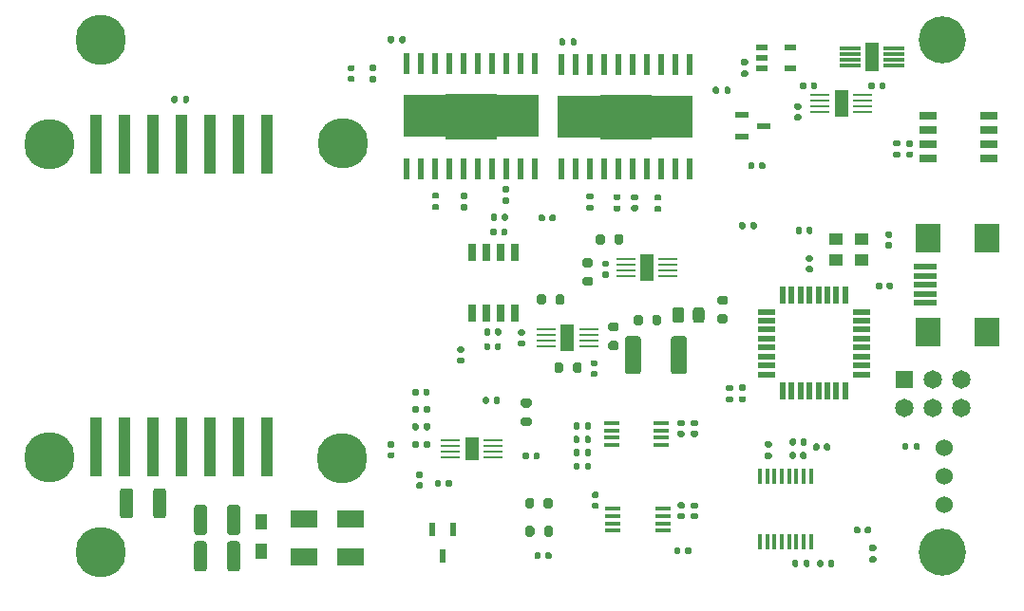
<source format=gbr>
%TF.GenerationSoftware,KiCad,Pcbnew,(5.1.10)-1*%
%TF.CreationDate,2021-07-14T14:56:59-07:00*%
%TF.ProjectId,laser,6c617365-722e-46b6-9963-61645f706362,rev?*%
%TF.SameCoordinates,Original*%
%TF.FileFunction,Soldermask,Top*%
%TF.FilePolarity,Negative*%
%FSLAX46Y46*%
G04 Gerber Fmt 4.6, Leading zero omitted, Abs format (unit mm)*
G04 Created by KiCad (PCBNEW (5.1.10)-1) date 2021-07-14 14:56:59*
%MOMM*%
%LPD*%
G01*
G04 APERTURE LIST*
%ADD10C,0.100000*%
%ADD11C,4.200000*%
%ADD12C,4.500000*%
%ADD13R,2.200000X2.500000*%
%ADD14R,2.000000X0.500000*%
%ADD15C,1.650000*%
%ADD16R,1.650000X1.650000*%
%ADD17R,1.200000X2.540000*%
%ADD18R,1.850000X0.300000*%
%ADD19R,1.799999X0.250000*%
%ADD20R,1.200000X2.440000*%
%ADD21R,1.200000X2.000000*%
%ADD22R,0.558000X1.969999*%
%ADD23R,12.000000X3.810000*%
%ADD24R,1.000000X1.400000*%
%ADD25R,1.040000X5.250000*%
%ADD26R,1.050000X0.550000*%
%ADD27R,1.525000X0.700000*%
%ADD28R,0.650000X1.525000*%
%ADD29R,0.450000X1.475000*%
%ADD30R,0.600000X1.300000*%
%ADD31R,2.410000X1.650000*%
%ADD32C,1.524000*%
%ADD33R,1.309599X0.568000*%
%ADD34R,1.315199X0.405600*%
%ADD35R,1.300000X1.100000*%
%ADD36R,0.600000X1.500000*%
%ADD37R,1.500000X0.600000*%
G04 APERTURE END LIST*
D10*
%TO.C,U301*%
G36*
X161576500Y-92718500D02*
G01*
X161576500Y-88781500D01*
X162025200Y-88781500D01*
X162025200Y-92718500D01*
X161576500Y-92718500D01*
G37*
X161576500Y-92718500D02*
X161576500Y-88781500D01*
X162025200Y-88781500D01*
X162025200Y-92718500D01*
X161576500Y-92718500D01*
G36*
X162425200Y-92718500D02*
G01*
X162425200Y-88781500D01*
X162812600Y-88781500D01*
X162812600Y-92718500D01*
X162425200Y-92718500D01*
G37*
X162425200Y-92718500D02*
X162425200Y-88781500D01*
X162812600Y-88781500D01*
X162812600Y-92718500D01*
X162425200Y-92718500D01*
G36*
X163212600Y-92718500D02*
G01*
X163212600Y-88781500D01*
X163600000Y-88781500D01*
X163600000Y-92718500D01*
X163212600Y-92718500D01*
G37*
X163212600Y-92718500D02*
X163212600Y-88781500D01*
X163600000Y-88781500D01*
X163600000Y-92718500D01*
X163212600Y-92718500D01*
G36*
X164000000Y-92718500D02*
G01*
X164000000Y-88781500D01*
X164387400Y-88781500D01*
X164387400Y-92718500D01*
X164000000Y-92718500D01*
G37*
X164000000Y-92718500D02*
X164000000Y-88781500D01*
X164387400Y-88781500D01*
X164387400Y-92718500D01*
X164000000Y-92718500D01*
G36*
X164787400Y-92718500D02*
G01*
X164787400Y-88781500D01*
X165174800Y-88781500D01*
X165174800Y-92718500D01*
X164787400Y-92718500D01*
G37*
X164787400Y-92718500D02*
X164787400Y-88781500D01*
X165174800Y-88781500D01*
X165174800Y-92718500D01*
X164787400Y-92718500D01*
G36*
X165574800Y-92718500D02*
G01*
X165574800Y-88781500D01*
X166023500Y-88781500D01*
X166023500Y-92718500D01*
X165574800Y-92718500D01*
G37*
X165574800Y-92718500D02*
X165574800Y-88781500D01*
X166023500Y-88781500D01*
X166023500Y-92718500D01*
X165574800Y-92718500D01*
G36*
X161576500Y-92718500D02*
G01*
X161576500Y-92131100D01*
X166023500Y-92131100D01*
X166023500Y-92718500D01*
X161576500Y-92718500D01*
G37*
X161576500Y-92718500D02*
X161576500Y-92131100D01*
X166023500Y-92131100D01*
X166023500Y-92718500D01*
X161576500Y-92718500D01*
G36*
X161576500Y-91343700D02*
G01*
X161576500Y-91731100D01*
X166023500Y-91731100D01*
X166023500Y-91343700D01*
X161576500Y-91343700D01*
G37*
X161576500Y-91343700D02*
X161576500Y-91731100D01*
X166023500Y-91731100D01*
X166023500Y-91343700D01*
X161576500Y-91343700D01*
G36*
X161576500Y-90556300D02*
G01*
X161576500Y-90943700D01*
X166023500Y-90943700D01*
X166023500Y-90556300D01*
X161576500Y-90556300D01*
G37*
X161576500Y-90556300D02*
X161576500Y-90943700D01*
X166023500Y-90943700D01*
X166023500Y-90556300D01*
X161576500Y-90556300D01*
G36*
X161576500Y-89768900D02*
G01*
X161576500Y-90156300D01*
X166023500Y-90156300D01*
X166023500Y-89768900D01*
X161576500Y-89768900D01*
G37*
X161576500Y-89768900D02*
X161576500Y-90156300D01*
X166023500Y-90156300D01*
X166023500Y-89768900D01*
X161576500Y-89768900D01*
G36*
X161576500Y-89368900D02*
G01*
X161576500Y-88781500D01*
X166023500Y-88781500D01*
X166023500Y-89368900D01*
X161576500Y-89368900D01*
G37*
X161576500Y-89368900D02*
X161576500Y-88781500D01*
X166023500Y-88781500D01*
X166023500Y-89368900D01*
X161576500Y-89368900D01*
%TO.C,U302*%
G36*
X175366500Y-89418900D02*
G01*
X175366500Y-88831500D01*
X179813500Y-88831500D01*
X179813500Y-89418900D01*
X175366500Y-89418900D01*
G37*
X175366500Y-89418900D02*
X175366500Y-88831500D01*
X179813500Y-88831500D01*
X179813500Y-89418900D01*
X175366500Y-89418900D01*
G36*
X175366500Y-89818900D02*
G01*
X175366500Y-90206300D01*
X179813500Y-90206300D01*
X179813500Y-89818900D01*
X175366500Y-89818900D01*
G37*
X175366500Y-89818900D02*
X175366500Y-90206300D01*
X179813500Y-90206300D01*
X179813500Y-89818900D01*
X175366500Y-89818900D01*
G36*
X175366500Y-90606300D02*
G01*
X175366500Y-90993700D01*
X179813500Y-90993700D01*
X179813500Y-90606300D01*
X175366500Y-90606300D01*
G37*
X175366500Y-90606300D02*
X175366500Y-90993700D01*
X179813500Y-90993700D01*
X179813500Y-90606300D01*
X175366500Y-90606300D01*
G36*
X175366500Y-91393700D02*
G01*
X175366500Y-91781100D01*
X179813500Y-91781100D01*
X179813500Y-91393700D01*
X175366500Y-91393700D01*
G37*
X175366500Y-91393700D02*
X175366500Y-91781100D01*
X179813500Y-91781100D01*
X179813500Y-91393700D01*
X175366500Y-91393700D01*
G36*
X175366500Y-92768500D02*
G01*
X175366500Y-92181100D01*
X179813500Y-92181100D01*
X179813500Y-92768500D01*
X175366500Y-92768500D01*
G37*
X175366500Y-92768500D02*
X175366500Y-92181100D01*
X179813500Y-92181100D01*
X179813500Y-92768500D01*
X175366500Y-92768500D01*
G36*
X179364800Y-92768500D02*
G01*
X179364800Y-88831500D01*
X179813500Y-88831500D01*
X179813500Y-92768500D01*
X179364800Y-92768500D01*
G37*
X179364800Y-92768500D02*
X179364800Y-88831500D01*
X179813500Y-88831500D01*
X179813500Y-92768500D01*
X179364800Y-92768500D01*
G36*
X178577400Y-92768500D02*
G01*
X178577400Y-88831500D01*
X178964800Y-88831500D01*
X178964800Y-92768500D01*
X178577400Y-92768500D01*
G37*
X178577400Y-92768500D02*
X178577400Y-88831500D01*
X178964800Y-88831500D01*
X178964800Y-92768500D01*
X178577400Y-92768500D01*
G36*
X177790000Y-92768500D02*
G01*
X177790000Y-88831500D01*
X178177400Y-88831500D01*
X178177400Y-92768500D01*
X177790000Y-92768500D01*
G37*
X177790000Y-92768500D02*
X177790000Y-88831500D01*
X178177400Y-88831500D01*
X178177400Y-92768500D01*
X177790000Y-92768500D01*
G36*
X177002600Y-92768500D02*
G01*
X177002600Y-88831500D01*
X177390000Y-88831500D01*
X177390000Y-92768500D01*
X177002600Y-92768500D01*
G37*
X177002600Y-92768500D02*
X177002600Y-88831500D01*
X177390000Y-88831500D01*
X177390000Y-92768500D01*
X177002600Y-92768500D01*
G36*
X176215200Y-92768500D02*
G01*
X176215200Y-88831500D01*
X176602600Y-88831500D01*
X176602600Y-92768500D01*
X176215200Y-92768500D01*
G37*
X176215200Y-92768500D02*
X176215200Y-88831500D01*
X176602600Y-88831500D01*
X176602600Y-92768500D01*
X176215200Y-92768500D01*
G36*
X175366500Y-92768500D02*
G01*
X175366500Y-88831500D01*
X175815200Y-88831500D01*
X175815200Y-92768500D01*
X175366500Y-92768500D01*
G37*
X175366500Y-92768500D02*
X175366500Y-88831500D01*
X175815200Y-88831500D01*
X175815200Y-92768500D01*
X175366500Y-92768500D01*
%TD*%
D11*
%TO.C,REF\u002A\u002A*%
X205841600Y-129700000D03*
%TD*%
%TO.C,REF\u002A\u002A*%
X205867000Y-83903800D03*
%TD*%
D12*
%TO.C,REF\u002A\u002A*%
X126263400Y-93225600D03*
%TD*%
%TO.C,REF\u002A\u002A*%
X152374600Y-93200200D03*
%TD*%
%TO.C,REF\u002A\u002A*%
X152298400Y-121267200D03*
%TD*%
%TO.C,REF\u002A\u002A*%
X126263400Y-121165600D03*
%TD*%
%TO.C,REF\u002A\u002A*%
X130835400Y-129674600D03*
%TD*%
%TO.C,REF\u002A\u002A*%
X130830000Y-83930000D03*
%TD*%
%TO.C,C412*%
G36*
G01*
X133690000Y-124199999D02*
X133690000Y-126400001D01*
G75*
G02*
X133440001Y-126650000I-249999J0D01*
G01*
X132789999Y-126650000D01*
G75*
G02*
X132540000Y-126400001I0J249999D01*
G01*
X132540000Y-124199999D01*
G75*
G02*
X132789999Y-123950000I249999J0D01*
G01*
X133440001Y-123950000D01*
G75*
G02*
X133690000Y-124199999I0J-249999D01*
G01*
G37*
G36*
G01*
X136640000Y-124199999D02*
X136640000Y-126400001D01*
G75*
G02*
X136390001Y-126650000I-249999J0D01*
G01*
X135739999Y-126650000D01*
G75*
G02*
X135490000Y-126400001I0J249999D01*
G01*
X135490000Y-124199999D01*
G75*
G02*
X135739999Y-123950000I249999J0D01*
G01*
X136390001Y-123950000D01*
G75*
G02*
X136640000Y-124199999I0J-249999D01*
G01*
G37*
%TD*%
%TO.C,R101*%
G36*
G01*
X203280000Y-120415000D02*
X203280000Y-120045000D01*
G75*
G02*
X203415000Y-119910000I135000J0D01*
G01*
X203685000Y-119910000D01*
G75*
G02*
X203820000Y-120045000I0J-135000D01*
G01*
X203820000Y-120415000D01*
G75*
G02*
X203685000Y-120550000I-135000J0D01*
G01*
X203415000Y-120550000D01*
G75*
G02*
X203280000Y-120415000I0J135000D01*
G01*
G37*
G36*
G01*
X202260000Y-120415000D02*
X202260000Y-120045000D01*
G75*
G02*
X202395000Y-119910000I135000J0D01*
G01*
X202665000Y-119910000D01*
G75*
G02*
X202800000Y-120045000I0J-135000D01*
G01*
X202800000Y-120415000D01*
G75*
G02*
X202665000Y-120550000I-135000J0D01*
G01*
X202395000Y-120550000D01*
G75*
G02*
X202260000Y-120415000I0J135000D01*
G01*
G37*
%TD*%
D13*
%TO.C,J602*%
X209850000Y-101610000D03*
X209850000Y-110010000D03*
X204550000Y-101610000D03*
X204550000Y-110010000D03*
D14*
X204300000Y-104210000D03*
X204300000Y-105010000D03*
X204300000Y-105810000D03*
X204300000Y-106610000D03*
X204300000Y-107410000D03*
%TD*%
%TO.C,C411*%
G36*
G01*
X142080000Y-131140001D02*
X142080000Y-128939999D01*
G75*
G02*
X142329999Y-128690000I249999J0D01*
G01*
X142980001Y-128690000D01*
G75*
G02*
X143230000Y-128939999I0J-249999D01*
G01*
X143230000Y-131140001D01*
G75*
G02*
X142980001Y-131390000I-249999J0D01*
G01*
X142329999Y-131390000D01*
G75*
G02*
X142080000Y-131140001I0J249999D01*
G01*
G37*
G36*
G01*
X139130000Y-131140001D02*
X139130000Y-128939999D01*
G75*
G02*
X139379999Y-128690000I249999J0D01*
G01*
X140030001Y-128690000D01*
G75*
G02*
X140280000Y-128939999I0J-249999D01*
G01*
X140280000Y-131140001D01*
G75*
G02*
X140030001Y-131390000I-249999J0D01*
G01*
X139379999Y-131390000D01*
G75*
G02*
X139130000Y-131140001I0J249999D01*
G01*
G37*
%TD*%
%TO.C,C410*%
G36*
G01*
X142090000Y-127880001D02*
X142090000Y-125679999D01*
G75*
G02*
X142339999Y-125430000I249999J0D01*
G01*
X142990001Y-125430000D01*
G75*
G02*
X143240000Y-125679999I0J-249999D01*
G01*
X143240000Y-127880001D01*
G75*
G02*
X142990001Y-128130000I-249999J0D01*
G01*
X142339999Y-128130000D01*
G75*
G02*
X142090000Y-127880001I0J249999D01*
G01*
G37*
G36*
G01*
X139140000Y-127880001D02*
X139140000Y-125679999D01*
G75*
G02*
X139389999Y-125430000I249999J0D01*
G01*
X140040001Y-125430000D01*
G75*
G02*
X140290000Y-125679999I0J-249999D01*
G01*
X140290000Y-127880001D01*
G75*
G02*
X140040001Y-128130000I-249999J0D01*
G01*
X139389999Y-128130000D01*
G75*
G02*
X139140000Y-127880001I0J249999D01*
G01*
G37*
%TD*%
D15*
%TO.C,J601*%
X207500000Y-116780000D03*
X204960000Y-116780000D03*
X202420000Y-116780000D03*
X207500000Y-114240000D03*
X204960000Y-114240000D03*
D16*
X202420000Y-114240000D03*
%TD*%
D17*
%TO.C,IC201*%
X199530000Y-85490000D03*
D18*
X201480000Y-84740000D03*
X201480000Y-85240000D03*
X201480000Y-85740000D03*
X201480000Y-86240000D03*
X197580000Y-86240000D03*
X197580000Y-85740000D03*
X197580000Y-85240000D03*
X197580000Y-84740000D03*
%TD*%
D19*
%TO.C,IC203*%
X194930000Y-88889999D03*
X194930000Y-89390000D03*
X194930000Y-89890000D03*
X194930000Y-90390001D03*
X198730000Y-90390001D03*
X198730000Y-89890000D03*
X198730000Y-89390000D03*
X198730000Y-88889999D03*
D20*
X196830000Y-89640000D03*
%TD*%
%TO.C,U502*%
X179500000Y-104250000D03*
D19*
X181400000Y-103499999D03*
X181400000Y-104000000D03*
X181400000Y-104500000D03*
X181400000Y-105000001D03*
X177600000Y-105000001D03*
X177600000Y-104500000D03*
X177600000Y-104000000D03*
X177600000Y-103499999D03*
%TD*%
%TO.C,U501*%
X170520000Y-109749999D03*
X170520000Y-110250000D03*
X170520000Y-110750000D03*
X170520000Y-111250001D03*
X174320000Y-111250001D03*
X174320000Y-110750000D03*
X174320000Y-110250000D03*
X174320000Y-109749999D03*
D20*
X172420000Y-110500000D03*
%TD*%
D19*
%TO.C,U401*%
X161980000Y-119659999D03*
X161980000Y-120160000D03*
X161980000Y-120660000D03*
X161980000Y-121160001D03*
X165780000Y-121160001D03*
X165780000Y-120660000D03*
X165780000Y-120160000D03*
X165780000Y-119659999D03*
D21*
X163880000Y-120410000D03*
%TD*%
D22*
%TO.C,U301*%
X158085000Y-95436300D03*
X159355000Y-95436300D03*
X160625000Y-95436300D03*
X161895000Y-95436300D03*
X163165000Y-95436300D03*
X164435000Y-95436300D03*
X165705000Y-95436300D03*
X166975000Y-95436300D03*
X168245000Y-95436300D03*
X169515000Y-95436300D03*
X169515000Y-86063700D03*
X168245000Y-86063700D03*
X166975000Y-86063700D03*
X165705000Y-86063700D03*
X164435000Y-86063700D03*
X163165000Y-86063700D03*
X161895000Y-86063700D03*
X160625000Y-86063700D03*
X159355000Y-86063700D03*
X158085000Y-86063700D03*
D23*
X163800000Y-90750000D03*
%TD*%
%TO.C,U302*%
X177590000Y-90800000D03*
D22*
X171875000Y-86113700D03*
X173145000Y-86113700D03*
X174415000Y-86113700D03*
X175685000Y-86113700D03*
X176955000Y-86113700D03*
X178225000Y-86113700D03*
X179495000Y-86113700D03*
X180765000Y-86113700D03*
X182035000Y-86113700D03*
X183305000Y-86113700D03*
X183305000Y-95486300D03*
X182035000Y-95486300D03*
X180765000Y-95486300D03*
X179495000Y-95486300D03*
X178225000Y-95486300D03*
X176955000Y-95486300D03*
X175685000Y-95486300D03*
X174415000Y-95486300D03*
X173145000Y-95486300D03*
X171875000Y-95486300D03*
%TD*%
D24*
%TO.C,U402*%
X145090000Y-126940000D03*
X145090000Y-129540000D03*
%TD*%
%TO.C,R901*%
G36*
G01*
X138140000Y-89445000D02*
X138140000Y-89075000D01*
G75*
G02*
X138275000Y-88940000I135000J0D01*
G01*
X138545000Y-88940000D01*
G75*
G02*
X138680000Y-89075000I0J-135000D01*
G01*
X138680000Y-89445000D01*
G75*
G02*
X138545000Y-89580000I-135000J0D01*
G01*
X138275000Y-89580000D01*
G75*
G02*
X138140000Y-89445000I0J135000D01*
G01*
G37*
G36*
G01*
X137120000Y-89445000D02*
X137120000Y-89075000D01*
G75*
G02*
X137255000Y-88940000I135000J0D01*
G01*
X137525000Y-88940000D01*
G75*
G02*
X137660000Y-89075000I0J-135000D01*
G01*
X137660000Y-89445000D01*
G75*
G02*
X137525000Y-89580000I-135000J0D01*
G01*
X137255000Y-89580000D01*
G75*
G02*
X137120000Y-89445000I0J135000D01*
G01*
G37*
%TD*%
%TO.C,C502*%
G36*
G01*
X168160000Y-109790000D02*
X168500000Y-109790000D01*
G75*
G02*
X168640000Y-109930000I0J-140000D01*
G01*
X168640000Y-110210000D01*
G75*
G02*
X168500000Y-110350000I-140000J0D01*
G01*
X168160000Y-110350000D01*
G75*
G02*
X168020000Y-110210000I0J140000D01*
G01*
X168020000Y-109930000D01*
G75*
G02*
X168160000Y-109790000I140000J0D01*
G01*
G37*
G36*
G01*
X168160000Y-110750000D02*
X168500000Y-110750000D01*
G75*
G02*
X168640000Y-110890000I0J-140000D01*
G01*
X168640000Y-111170000D01*
G75*
G02*
X168500000Y-111310000I-140000J0D01*
G01*
X168160000Y-111310000D01*
G75*
G02*
X168020000Y-111170000I0J140000D01*
G01*
X168020000Y-110890000D01*
G75*
G02*
X168160000Y-110750000I140000J0D01*
G01*
G37*
%TD*%
D25*
%TO.C,B1*%
X145620000Y-93280000D03*
X143080000Y-93280000D03*
X140540000Y-93280000D03*
X138000000Y-93280000D03*
X135460000Y-93280000D03*
X132920000Y-93280000D03*
X130380000Y-93280000D03*
X145620000Y-120280000D03*
X143080000Y-120280000D03*
X140540000Y-120280000D03*
X138000000Y-120280000D03*
X135460000Y-120280000D03*
X132920000Y-120280000D03*
X130380000Y-120280000D03*
%TD*%
%TO.C,C203*%
G36*
G01*
X200200000Y-88220000D02*
X200200000Y-87880000D01*
G75*
G02*
X200340000Y-87740000I140000J0D01*
G01*
X200620000Y-87740000D01*
G75*
G02*
X200760000Y-87880000I0J-140000D01*
G01*
X200760000Y-88220000D01*
G75*
G02*
X200620000Y-88360000I-140000J0D01*
G01*
X200340000Y-88360000D01*
G75*
G02*
X200200000Y-88220000I0J140000D01*
G01*
G37*
G36*
G01*
X199240000Y-88220000D02*
X199240000Y-87880000D01*
G75*
G02*
X199380000Y-87740000I140000J0D01*
G01*
X199660000Y-87740000D01*
G75*
G02*
X199800000Y-87880000I0J-140000D01*
G01*
X199800000Y-88220000D01*
G75*
G02*
X199660000Y-88360000I-140000J0D01*
G01*
X199380000Y-88360000D01*
G75*
G02*
X199240000Y-88220000I0J140000D01*
G01*
G37*
%TD*%
%TO.C,C205*%
G36*
G01*
X202750000Y-92940000D02*
X203090000Y-92940000D01*
G75*
G02*
X203230000Y-93080000I0J-140000D01*
G01*
X203230000Y-93360000D01*
G75*
G02*
X203090000Y-93500000I-140000J0D01*
G01*
X202750000Y-93500000D01*
G75*
G02*
X202610000Y-93360000I0J140000D01*
G01*
X202610000Y-93080000D01*
G75*
G02*
X202750000Y-92940000I140000J0D01*
G01*
G37*
G36*
G01*
X202750000Y-93900000D02*
X203090000Y-93900000D01*
G75*
G02*
X203230000Y-94040000I0J-140000D01*
G01*
X203230000Y-94320000D01*
G75*
G02*
X203090000Y-94460000I-140000J0D01*
G01*
X202750000Y-94460000D01*
G75*
G02*
X202610000Y-94320000I0J140000D01*
G01*
X202610000Y-94040000D01*
G75*
G02*
X202750000Y-93900000I140000J0D01*
G01*
G37*
%TD*%
%TO.C,C207*%
G36*
G01*
X193150000Y-88200000D02*
X193150000Y-87860000D01*
G75*
G02*
X193290000Y-87720000I140000J0D01*
G01*
X193570000Y-87720000D01*
G75*
G02*
X193710000Y-87860000I0J-140000D01*
G01*
X193710000Y-88200000D01*
G75*
G02*
X193570000Y-88340000I-140000J0D01*
G01*
X193290000Y-88340000D01*
G75*
G02*
X193150000Y-88200000I0J140000D01*
G01*
G37*
G36*
G01*
X194110000Y-88200000D02*
X194110000Y-87860000D01*
G75*
G02*
X194250000Y-87720000I140000J0D01*
G01*
X194530000Y-87720000D01*
G75*
G02*
X194670000Y-87860000I0J-140000D01*
G01*
X194670000Y-88200000D01*
G75*
G02*
X194530000Y-88340000I-140000J0D01*
G01*
X194250000Y-88340000D01*
G75*
G02*
X194110000Y-88200000I0J140000D01*
G01*
G37*
%TD*%
%TO.C,C212*%
G36*
G01*
X192780000Y-90580000D02*
X193120000Y-90580000D01*
G75*
G02*
X193260000Y-90720000I0J-140000D01*
G01*
X193260000Y-91000000D01*
G75*
G02*
X193120000Y-91140000I-140000J0D01*
G01*
X192780000Y-91140000D01*
G75*
G02*
X192640000Y-91000000I0J140000D01*
G01*
X192640000Y-90720000D01*
G75*
G02*
X192780000Y-90580000I140000J0D01*
G01*
G37*
G36*
G01*
X192780000Y-89620000D02*
X193120000Y-89620000D01*
G75*
G02*
X193260000Y-89760000I0J-140000D01*
G01*
X193260000Y-90040000D01*
G75*
G02*
X193120000Y-90180000I-140000J0D01*
G01*
X192780000Y-90180000D01*
G75*
G02*
X192640000Y-90040000I0J140000D01*
G01*
X192640000Y-89760000D01*
G75*
G02*
X192780000Y-89620000I140000J0D01*
G01*
G37*
%TD*%
%TO.C,C301*%
G36*
G01*
X178240000Y-97730000D02*
X178580000Y-97730000D01*
G75*
G02*
X178720000Y-97870000I0J-140000D01*
G01*
X178720000Y-98150000D01*
G75*
G02*
X178580000Y-98290000I-140000J0D01*
G01*
X178240000Y-98290000D01*
G75*
G02*
X178100000Y-98150000I0J140000D01*
G01*
X178100000Y-97870000D01*
G75*
G02*
X178240000Y-97730000I140000J0D01*
G01*
G37*
G36*
G01*
X178240000Y-98690000D02*
X178580000Y-98690000D01*
G75*
G02*
X178720000Y-98830000I0J-140000D01*
G01*
X178720000Y-99110000D01*
G75*
G02*
X178580000Y-99250000I-140000J0D01*
G01*
X178240000Y-99250000D01*
G75*
G02*
X178100000Y-99110000I0J140000D01*
G01*
X178100000Y-98830000D01*
G75*
G02*
X178240000Y-98690000I140000J0D01*
G01*
G37*
%TD*%
%TO.C,C302*%
G36*
G01*
X170800000Y-100010000D02*
X170800000Y-99670000D01*
G75*
G02*
X170940000Y-99530000I140000J0D01*
G01*
X171220000Y-99530000D01*
G75*
G02*
X171360000Y-99670000I0J-140000D01*
G01*
X171360000Y-100010000D01*
G75*
G02*
X171220000Y-100150000I-140000J0D01*
G01*
X170940000Y-100150000D01*
G75*
G02*
X170800000Y-100010000I0J140000D01*
G01*
G37*
G36*
G01*
X169840000Y-100010000D02*
X169840000Y-99670000D01*
G75*
G02*
X169980000Y-99530000I140000J0D01*
G01*
X170260000Y-99530000D01*
G75*
G02*
X170400000Y-99670000I0J-140000D01*
G01*
X170400000Y-100010000D01*
G75*
G02*
X170260000Y-100150000I-140000J0D01*
G01*
X169980000Y-100150000D01*
G75*
G02*
X169840000Y-100010000I0J140000D01*
G01*
G37*
%TD*%
%TO.C,C303*%
G36*
G01*
X167120000Y-99610000D02*
X167120000Y-99950000D01*
G75*
G02*
X166980000Y-100090000I-140000J0D01*
G01*
X166700000Y-100090000D01*
G75*
G02*
X166560000Y-99950000I0J140000D01*
G01*
X166560000Y-99610000D01*
G75*
G02*
X166700000Y-99470000I140000J0D01*
G01*
X166980000Y-99470000D01*
G75*
G02*
X167120000Y-99610000I0J-140000D01*
G01*
G37*
G36*
G01*
X166160000Y-99610000D02*
X166160000Y-99950000D01*
G75*
G02*
X166020000Y-100090000I-140000J0D01*
G01*
X165740000Y-100090000D01*
G75*
G02*
X165600000Y-99950000I0J140000D01*
G01*
X165600000Y-99610000D01*
G75*
G02*
X165740000Y-99470000I140000J0D01*
G01*
X166020000Y-99470000D01*
G75*
G02*
X166160000Y-99610000I0J-140000D01*
G01*
G37*
%TD*%
%TO.C,C304*%
G36*
G01*
X152980000Y-87150000D02*
X153320000Y-87150000D01*
G75*
G02*
X153460000Y-87290000I0J-140000D01*
G01*
X153460000Y-87570000D01*
G75*
G02*
X153320000Y-87710000I-140000J0D01*
G01*
X152980000Y-87710000D01*
G75*
G02*
X152840000Y-87570000I0J140000D01*
G01*
X152840000Y-87290000D01*
G75*
G02*
X152980000Y-87150000I140000J0D01*
G01*
G37*
G36*
G01*
X152980000Y-86190000D02*
X153320000Y-86190000D01*
G75*
G02*
X153460000Y-86330000I0J-140000D01*
G01*
X153460000Y-86610000D01*
G75*
G02*
X153320000Y-86750000I-140000J0D01*
G01*
X152980000Y-86750000D01*
G75*
G02*
X152840000Y-86610000I0J140000D01*
G01*
X152840000Y-86330000D01*
G75*
G02*
X152980000Y-86190000I140000J0D01*
G01*
G37*
%TD*%
%TO.C,C401*%
G36*
G01*
X156530000Y-120740000D02*
X156870000Y-120740000D01*
G75*
G02*
X157010000Y-120880000I0J-140000D01*
G01*
X157010000Y-121160000D01*
G75*
G02*
X156870000Y-121300000I-140000J0D01*
G01*
X156530000Y-121300000D01*
G75*
G02*
X156390000Y-121160000I0J140000D01*
G01*
X156390000Y-120880000D01*
G75*
G02*
X156530000Y-120740000I140000J0D01*
G01*
G37*
G36*
G01*
X156530000Y-119780000D02*
X156870000Y-119780000D01*
G75*
G02*
X157010000Y-119920000I0J-140000D01*
G01*
X157010000Y-120200000D01*
G75*
G02*
X156870000Y-120340000I-140000J0D01*
G01*
X156530000Y-120340000D01*
G75*
G02*
X156390000Y-120200000I0J140000D01*
G01*
X156390000Y-119920000D01*
G75*
G02*
X156530000Y-119780000I140000J0D01*
G01*
G37*
%TD*%
%TO.C,C402*%
G36*
G01*
X159400000Y-124000000D02*
X159060000Y-124000000D01*
G75*
G02*
X158920000Y-123860000I0J140000D01*
G01*
X158920000Y-123580000D01*
G75*
G02*
X159060000Y-123440000I140000J0D01*
G01*
X159400000Y-123440000D01*
G75*
G02*
X159540000Y-123580000I0J-140000D01*
G01*
X159540000Y-123860000D01*
G75*
G02*
X159400000Y-124000000I-140000J0D01*
G01*
G37*
G36*
G01*
X159400000Y-123040000D02*
X159060000Y-123040000D01*
G75*
G02*
X158920000Y-122900000I0J140000D01*
G01*
X158920000Y-122620000D01*
G75*
G02*
X159060000Y-122480000I140000J0D01*
G01*
X159400000Y-122480000D01*
G75*
G02*
X159540000Y-122620000I0J-140000D01*
G01*
X159540000Y-122900000D01*
G75*
G02*
X159400000Y-123040000I-140000J0D01*
G01*
G37*
%TD*%
%TO.C,C405*%
G36*
G01*
X168980000Y-120920000D02*
X168980000Y-121260000D01*
G75*
G02*
X168840000Y-121400000I-140000J0D01*
G01*
X168560000Y-121400000D01*
G75*
G02*
X168420000Y-121260000I0J140000D01*
G01*
X168420000Y-120920000D01*
G75*
G02*
X168560000Y-120780000I140000J0D01*
G01*
X168840000Y-120780000D01*
G75*
G02*
X168980000Y-120920000I0J-140000D01*
G01*
G37*
G36*
G01*
X169940000Y-120920000D02*
X169940000Y-121260000D01*
G75*
G02*
X169800000Y-121400000I-140000J0D01*
G01*
X169520000Y-121400000D01*
G75*
G02*
X169380000Y-121260000I0J140000D01*
G01*
X169380000Y-120920000D01*
G75*
G02*
X169520000Y-120780000I140000J0D01*
G01*
X169800000Y-120780000D01*
G75*
G02*
X169940000Y-120920000I0J-140000D01*
G01*
G37*
%TD*%
%TO.C,C406*%
G36*
G01*
X170990000Y-129800000D02*
X170990000Y-130140000D01*
G75*
G02*
X170850000Y-130280000I-140000J0D01*
G01*
X170570000Y-130280000D01*
G75*
G02*
X170430000Y-130140000I0J140000D01*
G01*
X170430000Y-129800000D01*
G75*
G02*
X170570000Y-129660000I140000J0D01*
G01*
X170850000Y-129660000D01*
G75*
G02*
X170990000Y-129800000I0J-140000D01*
G01*
G37*
G36*
G01*
X170030000Y-129800000D02*
X170030000Y-130140000D01*
G75*
G02*
X169890000Y-130280000I-140000J0D01*
G01*
X169610000Y-130280000D01*
G75*
G02*
X169470000Y-130140000I0J140000D01*
G01*
X169470000Y-129800000D01*
G75*
G02*
X169610000Y-129660000I140000J0D01*
G01*
X169890000Y-129660000D01*
G75*
G02*
X170030000Y-129800000I0J-140000D01*
G01*
G37*
%TD*%
%TO.C,C407*%
G36*
G01*
X159560000Y-115560000D02*
X159560000Y-115220000D01*
G75*
G02*
X159700000Y-115080000I140000J0D01*
G01*
X159980000Y-115080000D01*
G75*
G02*
X160120000Y-115220000I0J-140000D01*
G01*
X160120000Y-115560000D01*
G75*
G02*
X159980000Y-115700000I-140000J0D01*
G01*
X159700000Y-115700000D01*
G75*
G02*
X159560000Y-115560000I0J140000D01*
G01*
G37*
G36*
G01*
X158600000Y-115560000D02*
X158600000Y-115220000D01*
G75*
G02*
X158740000Y-115080000I140000J0D01*
G01*
X159020000Y-115080000D01*
G75*
G02*
X159160000Y-115220000I0J-140000D01*
G01*
X159160000Y-115560000D01*
G75*
G02*
X159020000Y-115700000I-140000J0D01*
G01*
X158740000Y-115700000D01*
G75*
G02*
X158600000Y-115560000I0J140000D01*
G01*
G37*
%TD*%
%TO.C,C408*%
G36*
G01*
X162110000Y-123350000D02*
X162110000Y-123690000D01*
G75*
G02*
X161970000Y-123830000I-140000J0D01*
G01*
X161690000Y-123830000D01*
G75*
G02*
X161550000Y-123690000I0J140000D01*
G01*
X161550000Y-123350000D01*
G75*
G02*
X161690000Y-123210000I140000J0D01*
G01*
X161970000Y-123210000D01*
G75*
G02*
X162110000Y-123350000I0J-140000D01*
G01*
G37*
G36*
G01*
X161150000Y-123350000D02*
X161150000Y-123690000D01*
G75*
G02*
X161010000Y-123830000I-140000J0D01*
G01*
X160730000Y-123830000D01*
G75*
G02*
X160590000Y-123690000I0J140000D01*
G01*
X160590000Y-123350000D01*
G75*
G02*
X160730000Y-123210000I140000J0D01*
G01*
X161010000Y-123210000D01*
G75*
G02*
X161150000Y-123350000I0J-140000D01*
G01*
G37*
%TD*%
%TO.C,C409*%
G36*
G01*
X165830000Y-116280000D02*
X165830000Y-115940000D01*
G75*
G02*
X165970000Y-115800000I140000J0D01*
G01*
X166250000Y-115800000D01*
G75*
G02*
X166390000Y-115940000I0J-140000D01*
G01*
X166390000Y-116280000D01*
G75*
G02*
X166250000Y-116420000I-140000J0D01*
G01*
X165970000Y-116420000D01*
G75*
G02*
X165830000Y-116280000I0J140000D01*
G01*
G37*
G36*
G01*
X164870000Y-116280000D02*
X164870000Y-115940000D01*
G75*
G02*
X165010000Y-115800000I140000J0D01*
G01*
X165290000Y-115800000D01*
G75*
G02*
X165430000Y-115940000I0J-140000D01*
G01*
X165430000Y-116280000D01*
G75*
G02*
X165290000Y-116420000I-140000J0D01*
G01*
X165010000Y-116420000D01*
G75*
G02*
X164870000Y-116280000I0J140000D01*
G01*
G37*
%TD*%
%TO.C,C501*%
G36*
G01*
X175640000Y-104610000D02*
X175980000Y-104610000D01*
G75*
G02*
X176120000Y-104750000I0J-140000D01*
G01*
X176120000Y-105030000D01*
G75*
G02*
X175980000Y-105170000I-140000J0D01*
G01*
X175640000Y-105170000D01*
G75*
G02*
X175500000Y-105030000I0J140000D01*
G01*
X175500000Y-104750000D01*
G75*
G02*
X175640000Y-104610000I140000J0D01*
G01*
G37*
G36*
G01*
X175640000Y-103650000D02*
X175980000Y-103650000D01*
G75*
G02*
X176120000Y-103790000I0J-140000D01*
G01*
X176120000Y-104070000D01*
G75*
G02*
X175980000Y-104210000I-140000J0D01*
G01*
X175640000Y-104210000D01*
G75*
G02*
X175500000Y-104070000I0J140000D01*
G01*
X175500000Y-103790000D01*
G75*
G02*
X175640000Y-103650000I140000J0D01*
G01*
G37*
%TD*%
%TO.C,C503*%
G36*
G01*
X174600000Y-112520000D02*
X174940000Y-112520000D01*
G75*
G02*
X175080000Y-112660000I0J-140000D01*
G01*
X175080000Y-112940000D01*
G75*
G02*
X174940000Y-113080000I-140000J0D01*
G01*
X174600000Y-113080000D01*
G75*
G02*
X174460000Y-112940000I0J140000D01*
G01*
X174460000Y-112660000D01*
G75*
G02*
X174600000Y-112520000I140000J0D01*
G01*
G37*
G36*
G01*
X174600000Y-113480000D02*
X174940000Y-113480000D01*
G75*
G02*
X175080000Y-113620000I0J-140000D01*
G01*
X175080000Y-113900000D01*
G75*
G02*
X174940000Y-114040000I-140000J0D01*
G01*
X174600000Y-114040000D01*
G75*
G02*
X174460000Y-113900000I0J140000D01*
G01*
X174460000Y-113620000D01*
G75*
G02*
X174600000Y-113480000I140000J0D01*
G01*
G37*
%TD*%
%TO.C,C508*%
G36*
G01*
X183050000Y-110629999D02*
X183050000Y-113530001D01*
G75*
G02*
X182800001Y-113780000I-249999J0D01*
G01*
X181899999Y-113780000D01*
G75*
G02*
X181650000Y-113530001I0J249999D01*
G01*
X181650000Y-110629999D01*
G75*
G02*
X181899999Y-110380000I249999J0D01*
G01*
X182800001Y-110380000D01*
G75*
G02*
X183050000Y-110629999I0J-249999D01*
G01*
G37*
G36*
G01*
X178950000Y-110629999D02*
X178950000Y-113530001D01*
G75*
G02*
X178700001Y-113780000I-249999J0D01*
G01*
X177799999Y-113780000D01*
G75*
G02*
X177550000Y-113530001I0J249999D01*
G01*
X177550000Y-110629999D01*
G75*
G02*
X177799999Y-110380000I249999J0D01*
G01*
X178700001Y-110380000D01*
G75*
G02*
X178950000Y-110629999I0J-249999D01*
G01*
G37*
%TD*%
%TO.C,C601*%
G36*
G01*
X200880000Y-101040000D02*
X201220000Y-101040000D01*
G75*
G02*
X201360000Y-101180000I0J-140000D01*
G01*
X201360000Y-101460000D01*
G75*
G02*
X201220000Y-101600000I-140000J0D01*
G01*
X200880000Y-101600000D01*
G75*
G02*
X200740000Y-101460000I0J140000D01*
G01*
X200740000Y-101180000D01*
G75*
G02*
X200880000Y-101040000I140000J0D01*
G01*
G37*
G36*
G01*
X200880000Y-102000000D02*
X201220000Y-102000000D01*
G75*
G02*
X201360000Y-102140000I0J-140000D01*
G01*
X201360000Y-102420000D01*
G75*
G02*
X201220000Y-102560000I-140000J0D01*
G01*
X200880000Y-102560000D01*
G75*
G02*
X200740000Y-102420000I0J140000D01*
G01*
X200740000Y-102140000D01*
G75*
G02*
X200880000Y-102000000I140000J0D01*
G01*
G37*
%TD*%
%TO.C,C602*%
G36*
G01*
X200870000Y-106070000D02*
X200870000Y-105730000D01*
G75*
G02*
X201010000Y-105590000I140000J0D01*
G01*
X201290000Y-105590000D01*
G75*
G02*
X201430000Y-105730000I0J-140000D01*
G01*
X201430000Y-106070000D01*
G75*
G02*
X201290000Y-106210000I-140000J0D01*
G01*
X201010000Y-106210000D01*
G75*
G02*
X200870000Y-106070000I0J140000D01*
G01*
G37*
G36*
G01*
X199910000Y-106070000D02*
X199910000Y-105730000D01*
G75*
G02*
X200050000Y-105590000I140000J0D01*
G01*
X200330000Y-105590000D01*
G75*
G02*
X200470000Y-105730000I0J-140000D01*
G01*
X200470000Y-106070000D01*
G75*
G02*
X200330000Y-106210000I-140000J0D01*
G01*
X200050000Y-106210000D01*
G75*
G02*
X199910000Y-106070000I0J140000D01*
G01*
G37*
%TD*%
%TO.C,C603*%
G36*
G01*
X189480000Y-95340000D02*
X189480000Y-95000000D01*
G75*
G02*
X189620000Y-94860000I140000J0D01*
G01*
X189900000Y-94860000D01*
G75*
G02*
X190040000Y-95000000I0J-140000D01*
G01*
X190040000Y-95340000D01*
G75*
G02*
X189900000Y-95480000I-140000J0D01*
G01*
X189620000Y-95480000D01*
G75*
G02*
X189480000Y-95340000I0J140000D01*
G01*
G37*
G36*
G01*
X188520000Y-95340000D02*
X188520000Y-95000000D01*
G75*
G02*
X188660000Y-94860000I140000J0D01*
G01*
X188940000Y-94860000D01*
G75*
G02*
X189080000Y-95000000I0J-140000D01*
G01*
X189080000Y-95340000D01*
G75*
G02*
X188940000Y-95480000I-140000J0D01*
G01*
X188660000Y-95480000D01*
G75*
G02*
X188520000Y-95340000I0J140000D01*
G01*
G37*
%TD*%
%TO.C,C605*%
G36*
G01*
X193710000Y-101120000D02*
X193710000Y-100780000D01*
G75*
G02*
X193850000Y-100640000I140000J0D01*
G01*
X194130000Y-100640000D01*
G75*
G02*
X194270000Y-100780000I0J-140000D01*
G01*
X194270000Y-101120000D01*
G75*
G02*
X194130000Y-101260000I-140000J0D01*
G01*
X193850000Y-101260000D01*
G75*
G02*
X193710000Y-101120000I0J140000D01*
G01*
G37*
G36*
G01*
X192750000Y-101120000D02*
X192750000Y-100780000D01*
G75*
G02*
X192890000Y-100640000I140000J0D01*
G01*
X193170000Y-100640000D01*
G75*
G02*
X193310000Y-100780000I0J-140000D01*
G01*
X193310000Y-101120000D01*
G75*
G02*
X193170000Y-101260000I-140000J0D01*
G01*
X192890000Y-101260000D01*
G75*
G02*
X192750000Y-101120000I0J140000D01*
G01*
G37*
%TD*%
%TO.C,C606*%
G36*
G01*
X194150000Y-104690000D02*
X193810000Y-104690000D01*
G75*
G02*
X193670000Y-104550000I0J140000D01*
G01*
X193670000Y-104270000D01*
G75*
G02*
X193810000Y-104130000I140000J0D01*
G01*
X194150000Y-104130000D01*
G75*
G02*
X194290000Y-104270000I0J-140000D01*
G01*
X194290000Y-104550000D01*
G75*
G02*
X194150000Y-104690000I-140000J0D01*
G01*
G37*
G36*
G01*
X194150000Y-103730000D02*
X193810000Y-103730000D01*
G75*
G02*
X193670000Y-103590000I0J140000D01*
G01*
X193670000Y-103310000D01*
G75*
G02*
X193810000Y-103170000I140000J0D01*
G01*
X194150000Y-103170000D01*
G75*
G02*
X194290000Y-103310000I0J-140000D01*
G01*
X194290000Y-103590000D01*
G75*
G02*
X194150000Y-103730000I-140000J0D01*
G01*
G37*
%TD*%
%TO.C,C702*%
G36*
G01*
X164990000Y-110180000D02*
X164990000Y-109840000D01*
G75*
G02*
X165130000Y-109700000I140000J0D01*
G01*
X165410000Y-109700000D01*
G75*
G02*
X165550000Y-109840000I0J-140000D01*
G01*
X165550000Y-110180000D01*
G75*
G02*
X165410000Y-110320000I-140000J0D01*
G01*
X165130000Y-110320000D01*
G75*
G02*
X164990000Y-110180000I0J140000D01*
G01*
G37*
G36*
G01*
X165950000Y-110180000D02*
X165950000Y-109840000D01*
G75*
G02*
X166090000Y-109700000I140000J0D01*
G01*
X166370000Y-109700000D01*
G75*
G02*
X166510000Y-109840000I0J-140000D01*
G01*
X166510000Y-110180000D01*
G75*
G02*
X166370000Y-110320000I-140000J0D01*
G01*
X166090000Y-110320000D01*
G75*
G02*
X165950000Y-110180000I0J140000D01*
G01*
G37*
%TD*%
%TO.C,C703*%
G36*
G01*
X162730000Y-112280000D02*
X163070000Y-112280000D01*
G75*
G02*
X163210000Y-112420000I0J-140000D01*
G01*
X163210000Y-112700000D01*
G75*
G02*
X163070000Y-112840000I-140000J0D01*
G01*
X162730000Y-112840000D01*
G75*
G02*
X162590000Y-112700000I0J140000D01*
G01*
X162590000Y-112420000D01*
G75*
G02*
X162730000Y-112280000I140000J0D01*
G01*
G37*
G36*
G01*
X162730000Y-111320000D02*
X163070000Y-111320000D01*
G75*
G02*
X163210000Y-111460000I0J-140000D01*
G01*
X163210000Y-111740000D01*
G75*
G02*
X163070000Y-111880000I-140000J0D01*
G01*
X162730000Y-111880000D01*
G75*
G02*
X162590000Y-111740000I0J140000D01*
G01*
X162590000Y-111460000D01*
G75*
G02*
X162730000Y-111320000I140000J0D01*
G01*
G37*
%TD*%
%TO.C,C704*%
G36*
G01*
X165940000Y-111480000D02*
X165940000Y-111140000D01*
G75*
G02*
X166080000Y-111000000I140000J0D01*
G01*
X166360000Y-111000000D01*
G75*
G02*
X166500000Y-111140000I0J-140000D01*
G01*
X166500000Y-111480000D01*
G75*
G02*
X166360000Y-111620000I-140000J0D01*
G01*
X166080000Y-111620000D01*
G75*
G02*
X165940000Y-111480000I0J140000D01*
G01*
G37*
G36*
G01*
X164980000Y-111480000D02*
X164980000Y-111140000D01*
G75*
G02*
X165120000Y-111000000I140000J0D01*
G01*
X165400000Y-111000000D01*
G75*
G02*
X165540000Y-111140000I0J-140000D01*
G01*
X165540000Y-111480000D01*
G75*
G02*
X165400000Y-111620000I-140000J0D01*
G01*
X165120000Y-111620000D01*
G75*
G02*
X164980000Y-111480000I0J140000D01*
G01*
G37*
%TD*%
%TO.C,C705*%
G36*
G01*
X165550000Y-101270000D02*
X165550000Y-100930000D01*
G75*
G02*
X165690000Y-100790000I140000J0D01*
G01*
X165970000Y-100790000D01*
G75*
G02*
X166110000Y-100930000I0J-140000D01*
G01*
X166110000Y-101270000D01*
G75*
G02*
X165970000Y-101410000I-140000J0D01*
G01*
X165690000Y-101410000D01*
G75*
G02*
X165550000Y-101270000I0J140000D01*
G01*
G37*
G36*
G01*
X166510000Y-101270000D02*
X166510000Y-100930000D01*
G75*
G02*
X166650000Y-100790000I140000J0D01*
G01*
X166930000Y-100790000D01*
G75*
G02*
X167070000Y-100930000I0J-140000D01*
G01*
X167070000Y-101270000D01*
G75*
G02*
X166930000Y-101410000I-140000J0D01*
G01*
X166650000Y-101410000D01*
G75*
G02*
X166510000Y-101270000I0J140000D01*
G01*
G37*
%TD*%
%TO.C,C801*%
G36*
G01*
X181930000Y-129710000D02*
X181930000Y-129370000D01*
G75*
G02*
X182070000Y-129230000I140000J0D01*
G01*
X182350000Y-129230000D01*
G75*
G02*
X182490000Y-129370000I0J-140000D01*
G01*
X182490000Y-129710000D01*
G75*
G02*
X182350000Y-129850000I-140000J0D01*
G01*
X182070000Y-129850000D01*
G75*
G02*
X181930000Y-129710000I0J140000D01*
G01*
G37*
G36*
G01*
X182890000Y-129710000D02*
X182890000Y-129370000D01*
G75*
G02*
X183030000Y-129230000I140000J0D01*
G01*
X183310000Y-129230000D01*
G75*
G02*
X183450000Y-129370000I0J-140000D01*
G01*
X183450000Y-129710000D01*
G75*
G02*
X183310000Y-129850000I-140000J0D01*
G01*
X183030000Y-129850000D01*
G75*
G02*
X182890000Y-129710000I0J140000D01*
G01*
G37*
%TD*%
%TO.C,C802*%
G36*
G01*
X182710000Y-118430000D02*
X182370000Y-118430000D01*
G75*
G02*
X182230000Y-118290000I0J140000D01*
G01*
X182230000Y-118010000D01*
G75*
G02*
X182370000Y-117870000I140000J0D01*
G01*
X182710000Y-117870000D01*
G75*
G02*
X182850000Y-118010000I0J-140000D01*
G01*
X182850000Y-118290000D01*
G75*
G02*
X182710000Y-118430000I-140000J0D01*
G01*
G37*
G36*
G01*
X182710000Y-119390000D02*
X182370000Y-119390000D01*
G75*
G02*
X182230000Y-119250000I0J140000D01*
G01*
X182230000Y-118970000D01*
G75*
G02*
X182370000Y-118830000I140000J0D01*
G01*
X182710000Y-118830000D01*
G75*
G02*
X182850000Y-118970000I0J-140000D01*
G01*
X182850000Y-119250000D01*
G75*
G02*
X182710000Y-119390000I-140000J0D01*
G01*
G37*
%TD*%
%TO.C,C803*%
G36*
G01*
X183900000Y-118420000D02*
X183560000Y-118420000D01*
G75*
G02*
X183420000Y-118280000I0J140000D01*
G01*
X183420000Y-118000000D01*
G75*
G02*
X183560000Y-117860000I140000J0D01*
G01*
X183900000Y-117860000D01*
G75*
G02*
X184040000Y-118000000I0J-140000D01*
G01*
X184040000Y-118280000D01*
G75*
G02*
X183900000Y-118420000I-140000J0D01*
G01*
G37*
G36*
G01*
X183900000Y-119380000D02*
X183560000Y-119380000D01*
G75*
G02*
X183420000Y-119240000I0J140000D01*
G01*
X183420000Y-118960000D01*
G75*
G02*
X183560000Y-118820000I140000J0D01*
G01*
X183900000Y-118820000D01*
G75*
G02*
X184040000Y-118960000I0J-140000D01*
G01*
X184040000Y-119240000D01*
G75*
G02*
X183900000Y-119380000I-140000J0D01*
G01*
G37*
%TD*%
%TO.C,C804*%
G36*
G01*
X174730000Y-124280000D02*
X175070000Y-124280000D01*
G75*
G02*
X175210000Y-124420000I0J-140000D01*
G01*
X175210000Y-124700000D01*
G75*
G02*
X175070000Y-124840000I-140000J0D01*
G01*
X174730000Y-124840000D01*
G75*
G02*
X174590000Y-124700000I0J140000D01*
G01*
X174590000Y-124420000D01*
G75*
G02*
X174730000Y-124280000I140000J0D01*
G01*
G37*
G36*
G01*
X174730000Y-125240000D02*
X175070000Y-125240000D01*
G75*
G02*
X175210000Y-125380000I0J-140000D01*
G01*
X175210000Y-125660000D01*
G75*
G02*
X175070000Y-125800000I-140000J0D01*
G01*
X174730000Y-125800000D01*
G75*
G02*
X174590000Y-125660000I0J140000D01*
G01*
X174590000Y-125380000D01*
G75*
G02*
X174730000Y-125240000I140000J0D01*
G01*
G37*
%TD*%
%TO.C,C805*%
G36*
G01*
X182720000Y-126730000D02*
X182380000Y-126730000D01*
G75*
G02*
X182240000Y-126590000I0J140000D01*
G01*
X182240000Y-126310000D01*
G75*
G02*
X182380000Y-126170000I140000J0D01*
G01*
X182720000Y-126170000D01*
G75*
G02*
X182860000Y-126310000I0J-140000D01*
G01*
X182860000Y-126590000D01*
G75*
G02*
X182720000Y-126730000I-140000J0D01*
G01*
G37*
G36*
G01*
X182720000Y-125770000D02*
X182380000Y-125770000D01*
G75*
G02*
X182240000Y-125630000I0J140000D01*
G01*
X182240000Y-125350000D01*
G75*
G02*
X182380000Y-125210000I140000J0D01*
G01*
X182720000Y-125210000D01*
G75*
G02*
X182860000Y-125350000I0J-140000D01*
G01*
X182860000Y-125630000D01*
G75*
G02*
X182720000Y-125770000I-140000J0D01*
G01*
G37*
%TD*%
%TO.C,C806*%
G36*
G01*
X183910000Y-125780000D02*
X183570000Y-125780000D01*
G75*
G02*
X183430000Y-125640000I0J140000D01*
G01*
X183430000Y-125360000D01*
G75*
G02*
X183570000Y-125220000I140000J0D01*
G01*
X183910000Y-125220000D01*
G75*
G02*
X184050000Y-125360000I0J-140000D01*
G01*
X184050000Y-125640000D01*
G75*
G02*
X183910000Y-125780000I-140000J0D01*
G01*
G37*
G36*
G01*
X183910000Y-126740000D02*
X183570000Y-126740000D01*
G75*
G02*
X183430000Y-126600000I0J140000D01*
G01*
X183430000Y-126320000D01*
G75*
G02*
X183570000Y-126180000I140000J0D01*
G01*
X183910000Y-126180000D01*
G75*
G02*
X184050000Y-126320000I0J-140000D01*
G01*
X184050000Y-126600000D01*
G75*
G02*
X183910000Y-126740000I-140000J0D01*
G01*
G37*
%TD*%
%TO.C,C807*%
G36*
G01*
X194680000Y-130850000D02*
X194680000Y-130510000D01*
G75*
G02*
X194820000Y-130370000I140000J0D01*
G01*
X195100000Y-130370000D01*
G75*
G02*
X195240000Y-130510000I0J-140000D01*
G01*
X195240000Y-130850000D01*
G75*
G02*
X195100000Y-130990000I-140000J0D01*
G01*
X194820000Y-130990000D01*
G75*
G02*
X194680000Y-130850000I0J140000D01*
G01*
G37*
G36*
G01*
X195640000Y-130850000D02*
X195640000Y-130510000D01*
G75*
G02*
X195780000Y-130370000I140000J0D01*
G01*
X196060000Y-130370000D01*
G75*
G02*
X196200000Y-130510000I0J-140000D01*
G01*
X196200000Y-130850000D01*
G75*
G02*
X196060000Y-130990000I-140000J0D01*
G01*
X195780000Y-130990000D01*
G75*
G02*
X195640000Y-130850000I0J140000D01*
G01*
G37*
%TD*%
%TO.C,C808*%
G36*
G01*
X197950000Y-127870000D02*
X197950000Y-127530000D01*
G75*
G02*
X198090000Y-127390000I140000J0D01*
G01*
X198370000Y-127390000D01*
G75*
G02*
X198510000Y-127530000I0J-140000D01*
G01*
X198510000Y-127870000D01*
G75*
G02*
X198370000Y-128010000I-140000J0D01*
G01*
X198090000Y-128010000D01*
G75*
G02*
X197950000Y-127870000I0J140000D01*
G01*
G37*
G36*
G01*
X198910000Y-127870000D02*
X198910000Y-127530000D01*
G75*
G02*
X199050000Y-127390000I140000J0D01*
G01*
X199330000Y-127390000D01*
G75*
G02*
X199470000Y-127530000I0J-140000D01*
G01*
X199470000Y-127870000D01*
G75*
G02*
X199330000Y-128010000I-140000J0D01*
G01*
X199050000Y-128010000D01*
G75*
G02*
X198910000Y-127870000I0J140000D01*
G01*
G37*
%TD*%
%TO.C,C809*%
G36*
G01*
X194870000Y-120110000D02*
X194870000Y-120450000D01*
G75*
G02*
X194730000Y-120590000I-140000J0D01*
G01*
X194450000Y-120590000D01*
G75*
G02*
X194310000Y-120450000I0J140000D01*
G01*
X194310000Y-120110000D01*
G75*
G02*
X194450000Y-119970000I140000J0D01*
G01*
X194730000Y-119970000D01*
G75*
G02*
X194870000Y-120110000I0J-140000D01*
G01*
G37*
G36*
G01*
X195830000Y-120110000D02*
X195830000Y-120450000D01*
G75*
G02*
X195690000Y-120590000I-140000J0D01*
G01*
X195410000Y-120590000D01*
G75*
G02*
X195270000Y-120450000I0J140000D01*
G01*
X195270000Y-120110000D01*
G75*
G02*
X195410000Y-119970000I140000J0D01*
G01*
X195690000Y-119970000D01*
G75*
G02*
X195830000Y-120110000I0J-140000D01*
G01*
G37*
%TD*%
%TO.C,C810*%
G36*
G01*
X192220000Y-120000000D02*
X192220000Y-119660000D01*
G75*
G02*
X192360000Y-119520000I140000J0D01*
G01*
X192640000Y-119520000D01*
G75*
G02*
X192780000Y-119660000I0J-140000D01*
G01*
X192780000Y-120000000D01*
G75*
G02*
X192640000Y-120140000I-140000J0D01*
G01*
X192360000Y-120140000D01*
G75*
G02*
X192220000Y-120000000I0J140000D01*
G01*
G37*
G36*
G01*
X193180000Y-120000000D02*
X193180000Y-119660000D01*
G75*
G02*
X193320000Y-119520000I140000J0D01*
G01*
X193600000Y-119520000D01*
G75*
G02*
X193740000Y-119660000I0J-140000D01*
G01*
X193740000Y-120000000D01*
G75*
G02*
X193600000Y-120140000I-140000J0D01*
G01*
X193320000Y-120140000D01*
G75*
G02*
X193180000Y-120000000I0J140000D01*
G01*
G37*
%TD*%
%TO.C,C811*%
G36*
G01*
X193165001Y-121205001D02*
X193165001Y-120865001D01*
G75*
G02*
X193305001Y-120725001I140000J0D01*
G01*
X193585001Y-120725001D01*
G75*
G02*
X193725001Y-120865001I0J-140000D01*
G01*
X193725001Y-121205001D01*
G75*
G02*
X193585001Y-121345001I-140000J0D01*
G01*
X193305001Y-121345001D01*
G75*
G02*
X193165001Y-121205001I0J140000D01*
G01*
G37*
G36*
G01*
X192205001Y-121205001D02*
X192205001Y-120865001D01*
G75*
G02*
X192345001Y-120725001I140000J0D01*
G01*
X192625001Y-120725001D01*
G75*
G02*
X192765001Y-120865001I0J-140000D01*
G01*
X192765001Y-121205001D01*
G75*
G02*
X192625001Y-121345001I-140000J0D01*
G01*
X192345001Y-121345001D01*
G75*
G02*
X192205001Y-121205001I0J140000D01*
G01*
G37*
%TD*%
D26*
%TO.C,IC202*%
X189700000Y-84600000D03*
X189700000Y-85550000D03*
X189700000Y-86500000D03*
X192300000Y-86500000D03*
X192300000Y-84600000D03*
%TD*%
D27*
%TO.C,IC204*%
X204536000Y-90690000D03*
X204536000Y-91960000D03*
X204536000Y-93230000D03*
X204536000Y-94500000D03*
X209960000Y-94500000D03*
X209960000Y-93230000D03*
X209960000Y-91960000D03*
X209960000Y-90690000D03*
%TD*%
D28*
%TO.C,IC701*%
X163925000Y-108332000D03*
X165195000Y-108332000D03*
X166465000Y-108332000D03*
X167735000Y-108332000D03*
X167735000Y-102908000D03*
X166465000Y-102908000D03*
X165195000Y-102908000D03*
X163925000Y-102908000D03*
%TD*%
D29*
%TO.C,IC801*%
X189570000Y-128730000D03*
X190220000Y-128730000D03*
X190870000Y-128730000D03*
X191520000Y-128730000D03*
X192170000Y-128730000D03*
X192820000Y-128730000D03*
X193470000Y-128730000D03*
X194120000Y-128730000D03*
X194120000Y-122854000D03*
X193470000Y-122854000D03*
X192820000Y-122854000D03*
X192170000Y-122854000D03*
X191520000Y-122854000D03*
X190870000Y-122854000D03*
X190220000Y-122854000D03*
X189570000Y-122854000D03*
%TD*%
D30*
%TO.C,Q401*%
X162230000Y-127640000D03*
X160330000Y-127640000D03*
X161280000Y-130040000D03*
%TD*%
%TO.C,R201*%
G36*
G01*
X185380000Y-88635000D02*
X185380000Y-88265000D01*
G75*
G02*
X185515000Y-88130000I135000J0D01*
G01*
X185785000Y-88130000D01*
G75*
G02*
X185920000Y-88265000I0J-135000D01*
G01*
X185920000Y-88635000D01*
G75*
G02*
X185785000Y-88770000I-135000J0D01*
G01*
X185515000Y-88770000D01*
G75*
G02*
X185380000Y-88635000I0J135000D01*
G01*
G37*
G36*
G01*
X186400000Y-88635000D02*
X186400000Y-88265000D01*
G75*
G02*
X186535000Y-88130000I135000J0D01*
G01*
X186805000Y-88130000D01*
G75*
G02*
X186940000Y-88265000I0J-135000D01*
G01*
X186940000Y-88635000D01*
G75*
G02*
X186805000Y-88770000I-135000J0D01*
G01*
X186535000Y-88770000D01*
G75*
G02*
X186400000Y-88635000I0J135000D01*
G01*
G37*
%TD*%
%TO.C,R203*%
G36*
G01*
X188385000Y-86210000D02*
X188015000Y-86210000D01*
G75*
G02*
X187880000Y-86075000I0J135000D01*
G01*
X187880000Y-85805000D01*
G75*
G02*
X188015000Y-85670000I135000J0D01*
G01*
X188385000Y-85670000D01*
G75*
G02*
X188520000Y-85805000I0J-135000D01*
G01*
X188520000Y-86075000D01*
G75*
G02*
X188385000Y-86210000I-135000J0D01*
G01*
G37*
G36*
G01*
X188385000Y-87230000D02*
X188015000Y-87230000D01*
G75*
G02*
X187880000Y-87095000I0J135000D01*
G01*
X187880000Y-86825000D01*
G75*
G02*
X188015000Y-86690000I135000J0D01*
G01*
X188385000Y-86690000D01*
G75*
G02*
X188520000Y-86825000I0J-135000D01*
G01*
X188520000Y-87095000D01*
G75*
G02*
X188385000Y-87230000I-135000J0D01*
G01*
G37*
%TD*%
%TO.C,R204*%
G36*
G01*
X201585000Y-92920000D02*
X201955000Y-92920000D01*
G75*
G02*
X202090000Y-93055000I0J-135000D01*
G01*
X202090000Y-93325000D01*
G75*
G02*
X201955000Y-93460000I-135000J0D01*
G01*
X201585000Y-93460000D01*
G75*
G02*
X201450000Y-93325000I0J135000D01*
G01*
X201450000Y-93055000D01*
G75*
G02*
X201585000Y-92920000I135000J0D01*
G01*
G37*
G36*
G01*
X201585000Y-93940000D02*
X201955000Y-93940000D01*
G75*
G02*
X202090000Y-94075000I0J-135000D01*
G01*
X202090000Y-94345000D01*
G75*
G02*
X201955000Y-94480000I-135000J0D01*
G01*
X201585000Y-94480000D01*
G75*
G02*
X201450000Y-94345000I0J135000D01*
G01*
X201450000Y-94075000D01*
G75*
G02*
X201585000Y-93940000I135000J0D01*
G01*
G37*
%TD*%
%TO.C,R301*%
G36*
G01*
X180285000Y-98770000D02*
X180655000Y-98770000D01*
G75*
G02*
X180790000Y-98905000I0J-135000D01*
G01*
X180790000Y-99175000D01*
G75*
G02*
X180655000Y-99310000I-135000J0D01*
G01*
X180285000Y-99310000D01*
G75*
G02*
X180150000Y-99175000I0J135000D01*
G01*
X180150000Y-98905000D01*
G75*
G02*
X180285000Y-98770000I135000J0D01*
G01*
G37*
G36*
G01*
X180285000Y-97750000D02*
X180655000Y-97750000D01*
G75*
G02*
X180790000Y-97885000I0J-135000D01*
G01*
X180790000Y-98155000D01*
G75*
G02*
X180655000Y-98290000I-135000J0D01*
G01*
X180285000Y-98290000D01*
G75*
G02*
X180150000Y-98155000I0J135000D01*
G01*
X180150000Y-97885000D01*
G75*
G02*
X180285000Y-97750000I135000J0D01*
G01*
G37*
%TD*%
%TO.C,R302*%
G36*
G01*
X166745000Y-98040000D02*
X167115000Y-98040000D01*
G75*
G02*
X167250000Y-98175000I0J-135000D01*
G01*
X167250000Y-98445000D01*
G75*
G02*
X167115000Y-98580000I-135000J0D01*
G01*
X166745000Y-98580000D01*
G75*
G02*
X166610000Y-98445000I0J135000D01*
G01*
X166610000Y-98175000D01*
G75*
G02*
X166745000Y-98040000I135000J0D01*
G01*
G37*
G36*
G01*
X166745000Y-97020000D02*
X167115000Y-97020000D01*
G75*
G02*
X167250000Y-97155000I0J-135000D01*
G01*
X167250000Y-97425000D01*
G75*
G02*
X167115000Y-97560000I-135000J0D01*
G01*
X166745000Y-97560000D01*
G75*
G02*
X166610000Y-97425000I0J135000D01*
G01*
X166610000Y-97155000D01*
G75*
G02*
X166745000Y-97020000I135000J0D01*
G01*
G37*
%TD*%
%TO.C,R303*%
G36*
G01*
X163395000Y-99160000D02*
X163025000Y-99160000D01*
G75*
G02*
X162890000Y-99025000I0J135000D01*
G01*
X162890000Y-98755000D01*
G75*
G02*
X163025000Y-98620000I135000J0D01*
G01*
X163395000Y-98620000D01*
G75*
G02*
X163530000Y-98755000I0J-135000D01*
G01*
X163530000Y-99025000D01*
G75*
G02*
X163395000Y-99160000I-135000J0D01*
G01*
G37*
G36*
G01*
X163395000Y-98140000D02*
X163025000Y-98140000D01*
G75*
G02*
X162890000Y-98005000I0J135000D01*
G01*
X162890000Y-97735000D01*
G75*
G02*
X163025000Y-97600000I135000J0D01*
G01*
X163395000Y-97600000D01*
G75*
G02*
X163530000Y-97735000I0J-135000D01*
G01*
X163530000Y-98005000D01*
G75*
G02*
X163395000Y-98140000I-135000J0D01*
G01*
G37*
%TD*%
%TO.C,R304*%
G36*
G01*
X176645000Y-97710000D02*
X177015000Y-97710000D01*
G75*
G02*
X177150000Y-97845000I0J-135000D01*
G01*
X177150000Y-98115000D01*
G75*
G02*
X177015000Y-98250000I-135000J0D01*
G01*
X176645000Y-98250000D01*
G75*
G02*
X176510000Y-98115000I0J135000D01*
G01*
X176510000Y-97845000D01*
G75*
G02*
X176645000Y-97710000I135000J0D01*
G01*
G37*
G36*
G01*
X176645000Y-98730000D02*
X177015000Y-98730000D01*
G75*
G02*
X177150000Y-98865000I0J-135000D01*
G01*
X177150000Y-99135000D01*
G75*
G02*
X177015000Y-99270000I-135000J0D01*
G01*
X176645000Y-99270000D01*
G75*
G02*
X176510000Y-99135000I0J135000D01*
G01*
X176510000Y-98865000D01*
G75*
G02*
X176645000Y-98730000I135000J0D01*
G01*
G37*
%TD*%
%TO.C,R305*%
G36*
G01*
X160475000Y-98600000D02*
X160845000Y-98600000D01*
G75*
G02*
X160980000Y-98735000I0J-135000D01*
G01*
X160980000Y-99005000D01*
G75*
G02*
X160845000Y-99140000I-135000J0D01*
G01*
X160475000Y-99140000D01*
G75*
G02*
X160340000Y-99005000I0J135000D01*
G01*
X160340000Y-98735000D01*
G75*
G02*
X160475000Y-98600000I135000J0D01*
G01*
G37*
G36*
G01*
X160475000Y-97580000D02*
X160845000Y-97580000D01*
G75*
G02*
X160980000Y-97715000I0J-135000D01*
G01*
X160980000Y-97985000D01*
G75*
G02*
X160845000Y-98120000I-135000J0D01*
G01*
X160475000Y-98120000D01*
G75*
G02*
X160340000Y-97985000I0J135000D01*
G01*
X160340000Y-97715000D01*
G75*
G02*
X160475000Y-97580000I135000J0D01*
G01*
G37*
%TD*%
%TO.C,R306*%
G36*
G01*
X174245000Y-97650000D02*
X174615000Y-97650000D01*
G75*
G02*
X174750000Y-97785000I0J-135000D01*
G01*
X174750000Y-98055000D01*
G75*
G02*
X174615000Y-98190000I-135000J0D01*
G01*
X174245000Y-98190000D01*
G75*
G02*
X174110000Y-98055000I0J135000D01*
G01*
X174110000Y-97785000D01*
G75*
G02*
X174245000Y-97650000I135000J0D01*
G01*
G37*
G36*
G01*
X174245000Y-98670000D02*
X174615000Y-98670000D01*
G75*
G02*
X174750000Y-98805000I0J-135000D01*
G01*
X174750000Y-99075000D01*
G75*
G02*
X174615000Y-99210000I-135000J0D01*
G01*
X174245000Y-99210000D01*
G75*
G02*
X174110000Y-99075000I0J135000D01*
G01*
X174110000Y-98805000D01*
G75*
G02*
X174245000Y-98670000I135000J0D01*
G01*
G37*
%TD*%
%TO.C,R307*%
G36*
G01*
X154895000Y-87200000D02*
X155265000Y-87200000D01*
G75*
G02*
X155400000Y-87335000I0J-135000D01*
G01*
X155400000Y-87605000D01*
G75*
G02*
X155265000Y-87740000I-135000J0D01*
G01*
X154895000Y-87740000D01*
G75*
G02*
X154760000Y-87605000I0J135000D01*
G01*
X154760000Y-87335000D01*
G75*
G02*
X154895000Y-87200000I135000J0D01*
G01*
G37*
G36*
G01*
X154895000Y-86180000D02*
X155265000Y-86180000D01*
G75*
G02*
X155400000Y-86315000I0J-135000D01*
G01*
X155400000Y-86585000D01*
G75*
G02*
X155265000Y-86720000I-135000J0D01*
G01*
X154895000Y-86720000D01*
G75*
G02*
X154760000Y-86585000I0J135000D01*
G01*
X154760000Y-86315000D01*
G75*
G02*
X154895000Y-86180000I135000J0D01*
G01*
G37*
%TD*%
%TO.C,R308*%
G36*
G01*
X157430000Y-84115000D02*
X157430000Y-83745000D01*
G75*
G02*
X157565000Y-83610000I135000J0D01*
G01*
X157835000Y-83610000D01*
G75*
G02*
X157970000Y-83745000I0J-135000D01*
G01*
X157970000Y-84115000D01*
G75*
G02*
X157835000Y-84250000I-135000J0D01*
G01*
X157565000Y-84250000D01*
G75*
G02*
X157430000Y-84115000I0J135000D01*
G01*
G37*
G36*
G01*
X156410000Y-84115000D02*
X156410000Y-83745000D01*
G75*
G02*
X156545000Y-83610000I135000J0D01*
G01*
X156815000Y-83610000D01*
G75*
G02*
X156950000Y-83745000I0J-135000D01*
G01*
X156950000Y-84115000D01*
G75*
G02*
X156815000Y-84250000I-135000J0D01*
G01*
X156545000Y-84250000D01*
G75*
G02*
X156410000Y-84115000I0J135000D01*
G01*
G37*
%TD*%
%TO.C,R309*%
G36*
G01*
X171670000Y-84315000D02*
X171670000Y-83945000D01*
G75*
G02*
X171805000Y-83810000I135000J0D01*
G01*
X172075000Y-83810000D01*
G75*
G02*
X172210000Y-83945000I0J-135000D01*
G01*
X172210000Y-84315000D01*
G75*
G02*
X172075000Y-84450000I-135000J0D01*
G01*
X171805000Y-84450000D01*
G75*
G02*
X171670000Y-84315000I0J135000D01*
G01*
G37*
G36*
G01*
X172690000Y-84315000D02*
X172690000Y-83945000D01*
G75*
G02*
X172825000Y-83810000I135000J0D01*
G01*
X173095000Y-83810000D01*
G75*
G02*
X173230000Y-83945000I0J-135000D01*
G01*
X173230000Y-84315000D01*
G75*
G02*
X173095000Y-84450000I-135000J0D01*
G01*
X172825000Y-84450000D01*
G75*
G02*
X172690000Y-84315000I0J135000D01*
G01*
G37*
%TD*%
%TO.C,R401*%
G36*
G01*
X159160000Y-119865000D02*
X159160000Y-120235000D01*
G75*
G02*
X159025000Y-120370000I-135000J0D01*
G01*
X158755000Y-120370000D01*
G75*
G02*
X158620000Y-120235000I0J135000D01*
G01*
X158620000Y-119865000D01*
G75*
G02*
X158755000Y-119730000I135000J0D01*
G01*
X159025000Y-119730000D01*
G75*
G02*
X159160000Y-119865000I0J-135000D01*
G01*
G37*
G36*
G01*
X160180000Y-119865000D02*
X160180000Y-120235000D01*
G75*
G02*
X160045000Y-120370000I-135000J0D01*
G01*
X159775000Y-120370000D01*
G75*
G02*
X159640000Y-120235000I0J135000D01*
G01*
X159640000Y-119865000D01*
G75*
G02*
X159775000Y-119730000I135000J0D01*
G01*
X160045000Y-119730000D01*
G75*
G02*
X160180000Y-119865000I0J-135000D01*
G01*
G37*
%TD*%
%TO.C,R402*%
G36*
G01*
X158600000Y-118655000D02*
X158600000Y-118285000D01*
G75*
G02*
X158735000Y-118150000I135000J0D01*
G01*
X159005000Y-118150000D01*
G75*
G02*
X159140000Y-118285000I0J-135000D01*
G01*
X159140000Y-118655000D01*
G75*
G02*
X159005000Y-118790000I-135000J0D01*
G01*
X158735000Y-118790000D01*
G75*
G02*
X158600000Y-118655000I0J135000D01*
G01*
G37*
G36*
G01*
X159620000Y-118655000D02*
X159620000Y-118285000D01*
G75*
G02*
X159755000Y-118150000I135000J0D01*
G01*
X160025000Y-118150000D01*
G75*
G02*
X160160000Y-118285000I0J-135000D01*
G01*
X160160000Y-118655000D01*
G75*
G02*
X160025000Y-118790000I-135000J0D01*
G01*
X159755000Y-118790000D01*
G75*
G02*
X159620000Y-118655000I0J135000D01*
G01*
G37*
%TD*%
%TO.C,R403*%
G36*
G01*
X169015000Y-116755000D02*
X168465000Y-116755000D01*
G75*
G02*
X168265000Y-116555000I0J200000D01*
G01*
X168265000Y-116155000D01*
G75*
G02*
X168465000Y-115955000I200000J0D01*
G01*
X169015000Y-115955000D01*
G75*
G02*
X169215000Y-116155000I0J-200000D01*
G01*
X169215000Y-116555000D01*
G75*
G02*
X169015000Y-116755000I-200000J0D01*
G01*
G37*
G36*
G01*
X169015000Y-118405000D02*
X168465000Y-118405000D01*
G75*
G02*
X168265000Y-118205000I0J200000D01*
G01*
X168265000Y-117805000D01*
G75*
G02*
X168465000Y-117605000I200000J0D01*
G01*
X169015000Y-117605000D01*
G75*
G02*
X169215000Y-117805000I0J-200000D01*
G01*
X169215000Y-118205000D01*
G75*
G02*
X169015000Y-118405000I-200000J0D01*
G01*
G37*
%TD*%
%TO.C,R404*%
G36*
G01*
X169455000Y-125015000D02*
X169455000Y-125565000D01*
G75*
G02*
X169255000Y-125765000I-200000J0D01*
G01*
X168855000Y-125765000D01*
G75*
G02*
X168655000Y-125565000I0J200000D01*
G01*
X168655000Y-125015000D01*
G75*
G02*
X168855000Y-124815000I200000J0D01*
G01*
X169255000Y-124815000D01*
G75*
G02*
X169455000Y-125015000I0J-200000D01*
G01*
G37*
G36*
G01*
X171105000Y-125015000D02*
X171105000Y-125565000D01*
G75*
G02*
X170905000Y-125765000I-200000J0D01*
G01*
X170505000Y-125765000D01*
G75*
G02*
X170305000Y-125565000I0J200000D01*
G01*
X170305000Y-125015000D01*
G75*
G02*
X170505000Y-124815000I200000J0D01*
G01*
X170905000Y-124815000D01*
G75*
G02*
X171105000Y-125015000I0J-200000D01*
G01*
G37*
%TD*%
%TO.C,R405*%
G36*
G01*
X158600000Y-117105000D02*
X158600000Y-116735000D01*
G75*
G02*
X158735000Y-116600000I135000J0D01*
G01*
X159005000Y-116600000D01*
G75*
G02*
X159140000Y-116735000I0J-135000D01*
G01*
X159140000Y-117105000D01*
G75*
G02*
X159005000Y-117240000I-135000J0D01*
G01*
X158735000Y-117240000D01*
G75*
G02*
X158600000Y-117105000I0J135000D01*
G01*
G37*
G36*
G01*
X159620000Y-117105000D02*
X159620000Y-116735000D01*
G75*
G02*
X159755000Y-116600000I135000J0D01*
G01*
X160025000Y-116600000D01*
G75*
G02*
X160160000Y-116735000I0J-135000D01*
G01*
X160160000Y-117105000D01*
G75*
G02*
X160025000Y-117240000I-135000J0D01*
G01*
X159755000Y-117240000D01*
G75*
G02*
X159620000Y-117105000I0J135000D01*
G01*
G37*
%TD*%
%TO.C,R406*%
G36*
G01*
X168665000Y-128075000D02*
X168665000Y-127525000D01*
G75*
G02*
X168865000Y-127325000I200000J0D01*
G01*
X169265000Y-127325000D01*
G75*
G02*
X169465000Y-127525000I0J-200000D01*
G01*
X169465000Y-128075000D01*
G75*
G02*
X169265000Y-128275000I-200000J0D01*
G01*
X168865000Y-128275000D01*
G75*
G02*
X168665000Y-128075000I0J200000D01*
G01*
G37*
G36*
G01*
X170315000Y-128075000D02*
X170315000Y-127525000D01*
G75*
G02*
X170515000Y-127325000I200000J0D01*
G01*
X170915000Y-127325000D01*
G75*
G02*
X171115000Y-127525000I0J-200000D01*
G01*
X171115000Y-128075000D01*
G75*
G02*
X170915000Y-128275000I-200000J0D01*
G01*
X170515000Y-128275000D01*
G75*
G02*
X170315000Y-128075000I0J200000D01*
G01*
G37*
%TD*%
D31*
%TO.C,R407*%
X148915000Y-126685000D03*
X148915000Y-130115000D03*
X153105000Y-126685000D03*
X153105000Y-130115000D03*
%TD*%
%TO.C,R501*%
G36*
G01*
X171245000Y-113475000D02*
X171245000Y-112925000D01*
G75*
G02*
X171445000Y-112725000I200000J0D01*
G01*
X171845000Y-112725000D01*
G75*
G02*
X172045000Y-112925000I0J-200000D01*
G01*
X172045000Y-113475000D01*
G75*
G02*
X171845000Y-113675000I-200000J0D01*
G01*
X171445000Y-113675000D01*
G75*
G02*
X171245000Y-113475000I0J200000D01*
G01*
G37*
G36*
G01*
X172895000Y-113475000D02*
X172895000Y-112925000D01*
G75*
G02*
X173095000Y-112725000I200000J0D01*
G01*
X173495000Y-112725000D01*
G75*
G02*
X173695000Y-112925000I0J-200000D01*
G01*
X173695000Y-113475000D01*
G75*
G02*
X173495000Y-113675000I-200000J0D01*
G01*
X173095000Y-113675000D01*
G75*
G02*
X172895000Y-113475000I0J200000D01*
G01*
G37*
%TD*%
%TO.C,R502*%
G36*
G01*
X174505000Y-105895000D02*
X173955000Y-105895000D01*
G75*
G02*
X173755000Y-105695000I0J200000D01*
G01*
X173755000Y-105295000D01*
G75*
G02*
X173955000Y-105095000I200000J0D01*
G01*
X174505000Y-105095000D01*
G75*
G02*
X174705000Y-105295000I0J-200000D01*
G01*
X174705000Y-105695000D01*
G75*
G02*
X174505000Y-105895000I-200000J0D01*
G01*
G37*
G36*
G01*
X174505000Y-104245000D02*
X173955000Y-104245000D01*
G75*
G02*
X173755000Y-104045000I0J200000D01*
G01*
X173755000Y-103645000D01*
G75*
G02*
X173955000Y-103445000I200000J0D01*
G01*
X174505000Y-103445000D01*
G75*
G02*
X174705000Y-103645000I0J-200000D01*
G01*
X174705000Y-104045000D01*
G75*
G02*
X174505000Y-104245000I-200000J0D01*
G01*
G37*
%TD*%
%TO.C,R503*%
G36*
G01*
X172155000Y-106845000D02*
X172155000Y-107395000D01*
G75*
G02*
X171955000Y-107595000I-200000J0D01*
G01*
X171555000Y-107595000D01*
G75*
G02*
X171355000Y-107395000I0J200000D01*
G01*
X171355000Y-106845000D01*
G75*
G02*
X171555000Y-106645000I200000J0D01*
G01*
X171955000Y-106645000D01*
G75*
G02*
X172155000Y-106845000I0J-200000D01*
G01*
G37*
G36*
G01*
X170505000Y-106845000D02*
X170505000Y-107395000D01*
G75*
G02*
X170305000Y-107595000I-200000J0D01*
G01*
X169905000Y-107595000D01*
G75*
G02*
X169705000Y-107395000I0J200000D01*
G01*
X169705000Y-106845000D01*
G75*
G02*
X169905000Y-106645000I200000J0D01*
G01*
X170305000Y-106645000D01*
G75*
G02*
X170505000Y-106845000I0J-200000D01*
G01*
G37*
%TD*%
%TO.C,R504*%
G36*
G01*
X177395000Y-101475000D02*
X177395000Y-102025000D01*
G75*
G02*
X177195000Y-102225000I-200000J0D01*
G01*
X176795000Y-102225000D01*
G75*
G02*
X176595000Y-102025000I0J200000D01*
G01*
X176595000Y-101475000D01*
G75*
G02*
X176795000Y-101275000I200000J0D01*
G01*
X177195000Y-101275000D01*
G75*
G02*
X177395000Y-101475000I0J-200000D01*
G01*
G37*
G36*
G01*
X175745000Y-101475000D02*
X175745000Y-102025000D01*
G75*
G02*
X175545000Y-102225000I-200000J0D01*
G01*
X175145000Y-102225000D01*
G75*
G02*
X174945000Y-102025000I0J200000D01*
G01*
X174945000Y-101475000D01*
G75*
G02*
X175145000Y-101275000I200000J0D01*
G01*
X175545000Y-101275000D01*
G75*
G02*
X175745000Y-101475000I0J-200000D01*
G01*
G37*
%TD*%
%TO.C,R505*%
G36*
G01*
X185975000Y-108425000D02*
X186525000Y-108425000D01*
G75*
G02*
X186725000Y-108625000I0J-200000D01*
G01*
X186725000Y-109025000D01*
G75*
G02*
X186525000Y-109225000I-200000J0D01*
G01*
X185975000Y-109225000D01*
G75*
G02*
X185775000Y-109025000I0J200000D01*
G01*
X185775000Y-108625000D01*
G75*
G02*
X185975000Y-108425000I200000J0D01*
G01*
G37*
G36*
G01*
X185975000Y-106775000D02*
X186525000Y-106775000D01*
G75*
G02*
X186725000Y-106975000I0J-200000D01*
G01*
X186725000Y-107375000D01*
G75*
G02*
X186525000Y-107575000I-200000J0D01*
G01*
X185975000Y-107575000D01*
G75*
G02*
X185775000Y-107375000I0J200000D01*
G01*
X185775000Y-106975000D01*
G75*
G02*
X185975000Y-106775000I200000J0D01*
G01*
G37*
%TD*%
%TO.C,R506*%
G36*
G01*
X180775000Y-108675000D02*
X180775000Y-109225000D01*
G75*
G02*
X180575000Y-109425000I-200000J0D01*
G01*
X180175000Y-109425000D01*
G75*
G02*
X179975000Y-109225000I0J200000D01*
G01*
X179975000Y-108675000D01*
G75*
G02*
X180175000Y-108475000I200000J0D01*
G01*
X180575000Y-108475000D01*
G75*
G02*
X180775000Y-108675000I0J-200000D01*
G01*
G37*
G36*
G01*
X179125000Y-108675000D02*
X179125000Y-109225000D01*
G75*
G02*
X178925000Y-109425000I-200000J0D01*
G01*
X178525000Y-109425000D01*
G75*
G02*
X178325000Y-109225000I0J200000D01*
G01*
X178325000Y-108675000D01*
G75*
G02*
X178525000Y-108475000I200000J0D01*
G01*
X178925000Y-108475000D01*
G75*
G02*
X179125000Y-108675000I0J-200000D01*
G01*
G37*
%TD*%
%TO.C,R507*%
G36*
G01*
X176245000Y-110825000D02*
X176795000Y-110825000D01*
G75*
G02*
X176995000Y-111025000I0J-200000D01*
G01*
X176995000Y-111425000D01*
G75*
G02*
X176795000Y-111625000I-200000J0D01*
G01*
X176245000Y-111625000D01*
G75*
G02*
X176045000Y-111425000I0J200000D01*
G01*
X176045000Y-111025000D01*
G75*
G02*
X176245000Y-110825000I200000J0D01*
G01*
G37*
G36*
G01*
X176245000Y-109175000D02*
X176795000Y-109175000D01*
G75*
G02*
X176995000Y-109375000I0J-200000D01*
G01*
X176995000Y-109775000D01*
G75*
G02*
X176795000Y-109975000I-200000J0D01*
G01*
X176245000Y-109975000D01*
G75*
G02*
X176045000Y-109775000I0J200000D01*
G01*
X176045000Y-109375000D01*
G75*
G02*
X176245000Y-109175000I200000J0D01*
G01*
G37*
%TD*%
%TO.C,R508*%
G36*
G01*
X181775000Y-108950002D02*
X181775000Y-108049998D01*
G75*
G02*
X182024998Y-107800000I249998J0D01*
G01*
X182550002Y-107800000D01*
G75*
G02*
X182800000Y-108049998I0J-249998D01*
G01*
X182800000Y-108950002D01*
G75*
G02*
X182550002Y-109200000I-249998J0D01*
G01*
X182024998Y-109200000D01*
G75*
G02*
X181775000Y-108950002I0J249998D01*
G01*
G37*
G36*
G01*
X183600000Y-108950002D02*
X183600000Y-108049998D01*
G75*
G02*
X183849998Y-107800000I249998J0D01*
G01*
X184375002Y-107800000D01*
G75*
G02*
X184625000Y-108049998I0J-249998D01*
G01*
X184625000Y-108950002D01*
G75*
G02*
X184375002Y-109200000I-249998J0D01*
G01*
X183849998Y-109200000D01*
G75*
G02*
X183600000Y-108950002I0J249998D01*
G01*
G37*
%TD*%
%TO.C,R801*%
G36*
G01*
X174500000Y-118225000D02*
X174500000Y-118595000D01*
G75*
G02*
X174365000Y-118730000I-135000J0D01*
G01*
X174095000Y-118730000D01*
G75*
G02*
X173960000Y-118595000I0J135000D01*
G01*
X173960000Y-118225000D01*
G75*
G02*
X174095000Y-118090000I135000J0D01*
G01*
X174365000Y-118090000D01*
G75*
G02*
X174500000Y-118225000I0J-135000D01*
G01*
G37*
G36*
G01*
X173480000Y-118225000D02*
X173480000Y-118595000D01*
G75*
G02*
X173345000Y-118730000I-135000J0D01*
G01*
X173075000Y-118730000D01*
G75*
G02*
X172940000Y-118595000I0J135000D01*
G01*
X172940000Y-118225000D01*
G75*
G02*
X173075000Y-118090000I135000J0D01*
G01*
X173345000Y-118090000D01*
G75*
G02*
X173480000Y-118225000I0J-135000D01*
G01*
G37*
%TD*%
%TO.C,R802*%
G36*
G01*
X173500000Y-121815000D02*
X173500000Y-122185000D01*
G75*
G02*
X173365000Y-122320000I-135000J0D01*
G01*
X173095000Y-122320000D01*
G75*
G02*
X172960000Y-122185000I0J135000D01*
G01*
X172960000Y-121815000D01*
G75*
G02*
X173095000Y-121680000I135000J0D01*
G01*
X173365000Y-121680000D01*
G75*
G02*
X173500000Y-121815000I0J-135000D01*
G01*
G37*
G36*
G01*
X174520000Y-121815000D02*
X174520000Y-122185000D01*
G75*
G02*
X174385000Y-122320000I-135000J0D01*
G01*
X174115000Y-122320000D01*
G75*
G02*
X173980000Y-122185000I0J135000D01*
G01*
X173980000Y-121815000D01*
G75*
G02*
X174115000Y-121680000I135000J0D01*
G01*
X174385000Y-121680000D01*
G75*
G02*
X174520000Y-121815000I0J-135000D01*
G01*
G37*
%TD*%
%TO.C,R803*%
G36*
G01*
X173480000Y-119425000D02*
X173480000Y-119795000D01*
G75*
G02*
X173345000Y-119930000I-135000J0D01*
G01*
X173075000Y-119930000D01*
G75*
G02*
X172940000Y-119795000I0J135000D01*
G01*
X172940000Y-119425000D01*
G75*
G02*
X173075000Y-119290000I135000J0D01*
G01*
X173345000Y-119290000D01*
G75*
G02*
X173480000Y-119425000I0J-135000D01*
G01*
G37*
G36*
G01*
X174500000Y-119425000D02*
X174500000Y-119795000D01*
G75*
G02*
X174365000Y-119930000I-135000J0D01*
G01*
X174095000Y-119930000D01*
G75*
G02*
X173960000Y-119795000I0J135000D01*
G01*
X173960000Y-119425000D01*
G75*
G02*
X174095000Y-119290000I135000J0D01*
G01*
X174365000Y-119290000D01*
G75*
G02*
X174500000Y-119425000I0J-135000D01*
G01*
G37*
%TD*%
%TO.C,R804*%
G36*
G01*
X174510000Y-120595000D02*
X174510000Y-120965000D01*
G75*
G02*
X174375000Y-121100000I-135000J0D01*
G01*
X174105000Y-121100000D01*
G75*
G02*
X173970000Y-120965000I0J135000D01*
G01*
X173970000Y-120595000D01*
G75*
G02*
X174105000Y-120460000I135000J0D01*
G01*
X174375000Y-120460000D01*
G75*
G02*
X174510000Y-120595000I0J-135000D01*
G01*
G37*
G36*
G01*
X173490000Y-120595000D02*
X173490000Y-120965000D01*
G75*
G02*
X173355000Y-121100000I-135000J0D01*
G01*
X173085000Y-121100000D01*
G75*
G02*
X172950000Y-120965000I0J135000D01*
G01*
X172950000Y-120595000D01*
G75*
G02*
X173085000Y-120460000I135000J0D01*
G01*
X173355000Y-120460000D01*
G75*
G02*
X173490000Y-120595000I0J-135000D01*
G01*
G37*
%TD*%
%TO.C,R805*%
G36*
G01*
X192990000Y-130475000D02*
X192990000Y-130845000D01*
G75*
G02*
X192855000Y-130980000I-135000J0D01*
G01*
X192585000Y-130980000D01*
G75*
G02*
X192450000Y-130845000I0J135000D01*
G01*
X192450000Y-130475000D01*
G75*
G02*
X192585000Y-130340000I135000J0D01*
G01*
X192855000Y-130340000D01*
G75*
G02*
X192990000Y-130475000I0J-135000D01*
G01*
G37*
G36*
G01*
X194010000Y-130475000D02*
X194010000Y-130845000D01*
G75*
G02*
X193875000Y-130980000I-135000J0D01*
G01*
X193605000Y-130980000D01*
G75*
G02*
X193470000Y-130845000I0J135000D01*
G01*
X193470000Y-130475000D01*
G75*
G02*
X193605000Y-130340000I135000J0D01*
G01*
X193875000Y-130340000D01*
G75*
G02*
X194010000Y-130475000I0J-135000D01*
G01*
G37*
%TD*%
%TO.C,R806*%
G36*
G01*
X199445000Y-129020000D02*
X199815000Y-129020000D01*
G75*
G02*
X199950000Y-129155000I0J-135000D01*
G01*
X199950000Y-129425000D01*
G75*
G02*
X199815000Y-129560000I-135000J0D01*
G01*
X199445000Y-129560000D01*
G75*
G02*
X199310000Y-129425000I0J135000D01*
G01*
X199310000Y-129155000D01*
G75*
G02*
X199445000Y-129020000I135000J0D01*
G01*
G37*
G36*
G01*
X199445000Y-130040000D02*
X199815000Y-130040000D01*
G75*
G02*
X199950000Y-130175000I0J-135000D01*
G01*
X199950000Y-130445000D01*
G75*
G02*
X199815000Y-130580000I-135000J0D01*
G01*
X199445000Y-130580000D01*
G75*
G02*
X199310000Y-130445000I0J135000D01*
G01*
X199310000Y-130175000D01*
G75*
G02*
X199445000Y-130040000I135000J0D01*
G01*
G37*
%TD*%
%TO.C,R807*%
G36*
G01*
X190135000Y-120800000D02*
X190505000Y-120800000D01*
G75*
G02*
X190640000Y-120935000I0J-135000D01*
G01*
X190640000Y-121205000D01*
G75*
G02*
X190505000Y-121340000I-135000J0D01*
G01*
X190135000Y-121340000D01*
G75*
G02*
X190000000Y-121205000I0J135000D01*
G01*
X190000000Y-120935000D01*
G75*
G02*
X190135000Y-120800000I135000J0D01*
G01*
G37*
G36*
G01*
X190135000Y-119780000D02*
X190505000Y-119780000D01*
G75*
G02*
X190640000Y-119915000I0J-135000D01*
G01*
X190640000Y-120185000D01*
G75*
G02*
X190505000Y-120320000I-135000J0D01*
G01*
X190135000Y-120320000D01*
G75*
G02*
X190000000Y-120185000I0J135000D01*
G01*
X190000000Y-119915000D01*
G75*
G02*
X190135000Y-119780000I135000J0D01*
G01*
G37*
%TD*%
%TO.C,RP1A601*%
G36*
G01*
X187055000Y-116290000D02*
X186685000Y-116290000D01*
G75*
G02*
X186550000Y-116155000I0J135000D01*
G01*
X186550000Y-115885000D01*
G75*
G02*
X186685000Y-115750000I135000J0D01*
G01*
X187055000Y-115750000D01*
G75*
G02*
X187190000Y-115885000I0J-135000D01*
G01*
X187190000Y-116155000D01*
G75*
G02*
X187055000Y-116290000I-135000J0D01*
G01*
G37*
G36*
G01*
X187055000Y-115270000D02*
X186685000Y-115270000D01*
G75*
G02*
X186550000Y-115135000I0J135000D01*
G01*
X186550000Y-114865000D01*
G75*
G02*
X186685000Y-114730000I135000J0D01*
G01*
X187055000Y-114730000D01*
G75*
G02*
X187190000Y-114865000I0J-135000D01*
G01*
X187190000Y-115135000D01*
G75*
G02*
X187055000Y-115270000I-135000J0D01*
G01*
G37*
%TD*%
%TO.C,RP1B601*%
G36*
G01*
X188185000Y-115260000D02*
X187815000Y-115260000D01*
G75*
G02*
X187680000Y-115125000I0J135000D01*
G01*
X187680000Y-114855000D01*
G75*
G02*
X187815000Y-114720000I135000J0D01*
G01*
X188185000Y-114720000D01*
G75*
G02*
X188320000Y-114855000I0J-135000D01*
G01*
X188320000Y-115125000D01*
G75*
G02*
X188185000Y-115260000I-135000J0D01*
G01*
G37*
G36*
G01*
X188185000Y-116280000D02*
X187815000Y-116280000D01*
G75*
G02*
X187680000Y-116145000I0J135000D01*
G01*
X187680000Y-115875000D01*
G75*
G02*
X187815000Y-115740000I135000J0D01*
G01*
X188185000Y-115740000D01*
G75*
G02*
X188320000Y-115875000I0J-135000D01*
G01*
X188320000Y-116145000D01*
G75*
G02*
X188185000Y-116280000I-135000J0D01*
G01*
G37*
%TD*%
%TO.C,RP1D601*%
G36*
G01*
X187730000Y-100715000D02*
X187730000Y-100345000D01*
G75*
G02*
X187865000Y-100210000I135000J0D01*
G01*
X188135000Y-100210000D01*
G75*
G02*
X188270000Y-100345000I0J-135000D01*
G01*
X188270000Y-100715000D01*
G75*
G02*
X188135000Y-100850000I-135000J0D01*
G01*
X187865000Y-100850000D01*
G75*
G02*
X187730000Y-100715000I0J135000D01*
G01*
G37*
G36*
G01*
X188750000Y-100715000D02*
X188750000Y-100345000D01*
G75*
G02*
X188885000Y-100210000I135000J0D01*
G01*
X189155000Y-100210000D01*
G75*
G02*
X189290000Y-100345000I0J-135000D01*
G01*
X189290000Y-100715000D01*
G75*
G02*
X189155000Y-100850000I-135000J0D01*
G01*
X188885000Y-100850000D01*
G75*
G02*
X188750000Y-100715000I0J135000D01*
G01*
G37*
%TD*%
D32*
%TO.C,U101*%
X206000000Y-120320000D03*
X206000000Y-122860000D03*
X206000000Y-125400000D03*
%TD*%
D33*
%TO.C,U201*%
X187994000Y-90659999D03*
X187994000Y-92560001D03*
X189892650Y-91610000D03*
%TD*%
D34*
%TO.C,U801*%
X180806998Y-118154640D03*
X180806998Y-118804880D03*
X180806998Y-119455120D03*
X180806998Y-120105360D03*
X176393002Y-120105360D03*
X176393002Y-119455120D03*
X176393002Y-118804880D03*
X176393002Y-118154640D03*
%TD*%
%TO.C,U802*%
X176483002Y-125794640D03*
X176483002Y-126444880D03*
X176483002Y-127095120D03*
X176483002Y-127745360D03*
X180896998Y-127745360D03*
X180896998Y-127095120D03*
X180896998Y-126444880D03*
X180896998Y-125794640D03*
%TD*%
D35*
%TO.C,Y601*%
X198640000Y-101710000D03*
X196340000Y-101710000D03*
X196340000Y-103610000D03*
X198640000Y-103610000D03*
%TD*%
D36*
%TO.C,IC601*%
X191580000Y-115260000D03*
X192380000Y-115260000D03*
X193180000Y-115260000D03*
X193980000Y-115260000D03*
X194780000Y-115260000D03*
X195580000Y-115260000D03*
X196380000Y-115260000D03*
X197180000Y-115260000D03*
D37*
X198630000Y-113810000D03*
X198630000Y-113010000D03*
X198630000Y-112210000D03*
X198630000Y-111410000D03*
X198630000Y-110610000D03*
X198630000Y-109810000D03*
X198630000Y-109010000D03*
X198630000Y-108210000D03*
D36*
X197180000Y-106760000D03*
X196380000Y-106760000D03*
X195580000Y-106760000D03*
X194780000Y-106760000D03*
X193980000Y-106760000D03*
X193180000Y-106760000D03*
X192380000Y-106760000D03*
X191580000Y-106760000D03*
D37*
X190130000Y-108210000D03*
X190130000Y-109010000D03*
X190130000Y-109810000D03*
X190130000Y-110610000D03*
X190130000Y-111410000D03*
X190130000Y-112210000D03*
X190130000Y-113010000D03*
X190130000Y-113810000D03*
%TD*%
M02*

</source>
